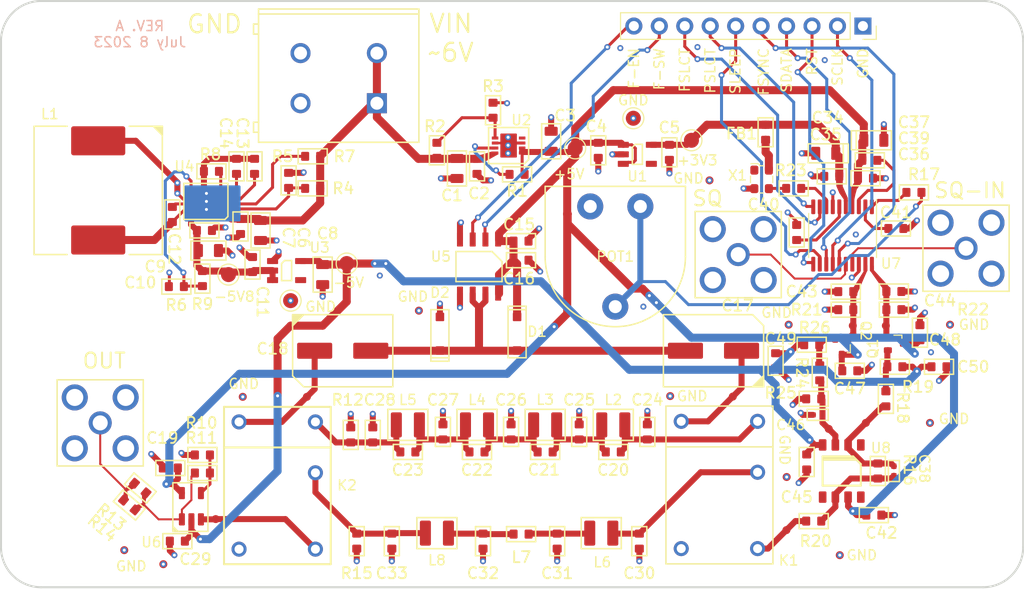
<source format=kicad_pcb>
(kicad_pcb (version 20211014) (generator pcbnew)
  (layers (0 "F.Cu" signal) (1 "In1.Cu" power) (2 "In2.Cu" signal) (31 "B.Cu" signal) (34 "B.Paste" user) (35 "F.Paste" user) (36 "B.SilkS" user "B.Silkscreen") (37 "F.SilkS" user "F.Silkscreen") (38 "B.Mask" user) (39 "F.Mask" user) (44 "Edge.Cuts" user))
  (property "SHEETTOTAL" "3")
  (net 0 "")
  (net 1 "/VIN")
  (net 2 "GND")
  (net 3 "+5V")
  (net 4 "+3V3")
  (net 5 "-5V")
  (net 6 "-5V8")
  (net 7 "/LX")
  (net 8 "/BST")
  (net 9 "/SS")
  (net 10 "/VCC")
  (net 11 "Net-(C17-Pad1)")
  (net 12 "/Output_Stage/FILTER-SW-IN")
  (net 13 "/Output_Stage/FILTER-SW-OUT")
  (net 14 "/Output_Stage/ELLIP-IN")
  (net 15 "Net-(C20-Pad2)")
  (net 16 "Net-(C21-Pad2)")
  (net 17 "Net-(C22-Pad2)")
  (net 18 "/Output_Stage/ELLIP-OUT")
  (net 19 "/Output_Stage/LIN-PHASE-IN")
  (net 20 "Net-(C31-Pad1)")
  (net 21 "Net-(C32-Pad1)")
  (net 22 "/Output_Stage/LIN-PHASE-OUT")
  (net 23 "Net-(C38-Pad1)")
  (net 24 "Net-(C38-Pad2)")
  (net 25 "/DDS/COMP")
  (net 26 "/DDS/CAP2V5")
  (net 27 "/DDS/REFOUT")
  (net 28 "/DDS/IOUT")
  (net 29 "/DDS/IOUTB")
  (net 30 "Net-(C46-Pad2)")
  (net 31 "VDD-MCLK")
  (net 32 "/DDS/SIGNBITOUT")
  (net 33 "/DDS/DDS-VIN")
  (net 34 "/DDS/SCLK")
  (net 35 "/DDS/RESET")
  (net 36 "/DDS/SDATA")
  (net 37 "/DDS/FSYNC")
  (net 38 "/DDS/SLEEP")
  (net 39 "/DDS/PSELECT")
  (net 40 "/DDS/FSELECT")
  (net 41 "/Output_Stage/FILT-EN")
  (net 42 "/Output_Stage/FILT-SWITCH")
  (net 43 "/Output_Stage/OUT")
  (net 44 "/DDS/FILT-IN")
  (net 45 "/Output_Stage/FILT-OUT")
  (net 46 "Net-(POT1-Pad1)")
  (net 47 "Net-(Q1-Pad2)")
  (net 48 "Net-(Q2-Pad2)")
  (net 49 "/PG")
  (net 50 "/5V-EN")
  (net 51 "/-5V8-EN")
  (net 52 "/FB")
  (net 53 "/RESET")
  (net 54 "/RT{slash}SYNC")
  (net 55 "Net-(R10-Pad2)")
  (net 56 "Net-(R11-Pad2)")
  (net 57 "/DDS/FS-ADJUST")
  (net 58 "/DDS/MCLK")
  (net 59 "Net-(R23-Pad2)")
  (footprint "SMD_Passives_Reflow:SMD_0603" (layer "F.Cu") (at 124.4 108.5 -90)
    (fp_text reference "C26")
    (fp_text value "CAP_0603" hide)
  )
  (footprint "SMD_Passives_Reflow:SMD_0603" (layer "F.Cu") (at 117 80.4 -90)
    (fp_text reference "R2")
    (fp_text value "RES_0603" hide)
  )
  (footprint "SMD_Passives_Reflow:SMD_0603" (layer "F.Cu") (at 97.4 88 90)
    (fp_text reference "C7")
    (fp_text value "CAP_0603" hide)
  )
  (footprint "SMD_Passives_Reflow:SMD_0603" (layer "F.Cu") (at 162.7 102 180)
    (fp_text reference "R19")
    (fp_text value "RES_0603" hide)
  )
  (footprint "TestPoint:TestPoint_Pad_D0.8mm" (layer "F.Cu") (at 161.8 97.9)
    (fp_text reference "TP17" hide)
    (fp_text value "TestPoint_2.0mm_PAD" hide)
  )
  (footprint "TestPoint:TestPoint_Pad_D1.5mm" (layer "F.Cu") (at 142.4 79.4)
    (fp_text reference "TP2" hide)
    (fp_text value "TestPoint_2.0mm_PAD" hide)
  )
  (footprint "TestPoint:TestPoint_Pad_D0.8mm" (layer "F.Cu") (at 146.525 104.975)
    (fp_text reference "TP7" hide)
    (fp_text value "TestPoint_2.0mm_PAD" hide)
  )
  (footprint "SMD_Passives_Reflow:SMD_0603" (layer "F.Cu") (at 121.6 119.4 90)
    (fp_text reference "C32")
    (fp_text value "CAP_0603" hide)
  )
  (footprint "SMD_Passives_Reflow:SMD_0603" (layer "F.Cu") (at 140.2 80.6 90)
    (fp_text reference "C5")
    (fp_text value "CAP_0603" hide)
  )
  (footprint "DDS_FunctionGenerator_Library:SOD-123" (layer "F.Cu") (at 125 98.7 -90)
    (fp_text reference "D1")
    (fp_text value "1N4148W-E3-18" hide)
  )
  (footprint "Oscillator:Oscillator_SMD_ECS_2520MV-xxx-xx-4Pin_2.5x2.0mm" (layer "F.Cu") (at 149.4 83.3)
    (fp_text reference "X1")
    (fp_text value "ECS-TXO-2520MV-500-AY-TR" hide)
  )
  (footprint "DDS_FunctionGenerator_Library:S8_Package_LT1818" (layer "F.Cu") (at 159.3 109.8 -90)
    (fp_text reference "U8")
    (fp_text value "LT1818IS8" hide)
  )
  (footprint "TestPoint:TestPoint_Pad_D0.8mm" (layer "F.Cu") (at 144.2 83.4)
    (fp_text reference "TP28" hide)
    (fp_text value "TestPoint_2.0mm_PAD" hide)
  )
  (footprint "SMD_Passives_Reflow:SMD_0603" (layer "F.Cu") (at 127.8 110.5)
    (fp_text reference "C21")
    (fp_text value "CAP_0603" hide)
  )
  (footprint "SMD_Passives_Reflow:SMD_0603" (layer "F.Cu") (at 164.6 84.6)
    (fp_text reference "R17")
    (fp_text value "RES_0603" hide)
  )
  (footprint "Connectors_Coax:SMA_CONN_TH" (layer "F.Cu") (at 169.8 90.17 -90)
    (fp_text reference "J3" hide)
    (fp_text value "SMA_CONN_TH" hide)
  )
  (footprint "Mounting_Holes:0.152_IN_DIA-6-32" (layer "F.Cu") (at 171.5 69.5)
    (fp_text reference "H2" hide)
    (fp_text value "0.152_IN_DIA" hide)
  )
  (footprint "TestPoint:TestPoint_Pad_D1.5mm" (layer "F.Cu") (at 130.8 80.2)
    (fp_text reference "TP1" hide)
    (fp_text value "TestPoint_2.0mm_PAD" hide)
  )
  (footprint "DDS_FunctionGenerator_Library:TDFN-EP_12Pin" (layer "F.Cu") (at 93.945 85.5 180)
    (fp_text reference "U4")
    (fp_text value "MAX17580ATC+" hide)
  )
  (footprint "SMD_Passives_Reflow:SMD_1008" (layer "F.Cu") (at 117 118.6 180)
    (fp_text reference "L8")
    (fp_text value "IND_1008" hide)
  )
  (footprint "SMD_Passives_Reflow:SMD_0603" (layer "F.Cu") (at 129 119.4 90)
    (fp_text reference "C31")
    (fp_text value "CAP_0603" hide)
  )
  (footprint "SMD_Passives_Reflow:SMD_0603" (layer "F.Cu") (at 137.2 119.4 90)
    (fp_text reference "C30")
    (fp_text value "CAP_0603" hide)
  )
  (footprint "SMD_Passives_Reflow:SMD_0603" (layer "F.Cu") (at 122.6 76.4 -90)
    (fp_text reference "R3")
    (fp_text value "RES_0603" hide)
  )
  (footprint "SMD_Passives_Reflow:SMD_0603" (layer "F.Cu") (at 162.8 88.2 180)
    (fp_text reference "C41")
    (fp_text value "CAP_0603" hide)
  )
  (footprint "DDS_FunctionGenerator_Library:TSOT-23_S5-Package" (layer "F.Cu") (at 91.55 117.225 90)
    (fp_text reference "U6")
    (fp_text value "LT1815IS5" hide)
  )
  (footprint "Connectors_Coax:SMA_CONN_TH" (layer "F.Cu") (at 83.4 107.6)
    (fp_text reference "J5" hide)
    (fp_text value "SMA_CONN_TH" hide)
  )
  (footprint "SMD_Passives_Reflow:SMD_0603" (layer "F.Cu") (at 87.4 114.1 -40)
    (fp_text reference "R13")
    (fp_text value "RES_0603" hide)
  )
  (footprint "SMD_Passives_Reflow:SMD_0402" (layer "F.Cu") (at 162.6 112.4 -90)
    (fp_text reference "C38")
    (fp_text value "CAP_0402" hide)
  )
  (footprint "SMD_Passives_Reflow:SMD_0603" (layer "F.Cu") (at 86.3 115.8 -40)
    (fp_text reference "R14")
    (fp_text value "RES_0603" hide)
  )
  (footprint "SMD_Passives_Reflow:SMD_0603" (layer "F.Cu") (at 162.6 94.488 180)
    (fp_text reference "C44")
    (fp_text value "CAP_0603" hide)
  )
  (footprint "SMD_Passives_Reflow:SMD_0603" (layer "F.Cu") (at 98.6 91.8 -90)
    (fp_text reference "C11")
    (fp_text value "CAP_0603" hide)
  )
  (footprint "SMD_Passives_Reflow:SMD_0603" (layer "F.Cu") (at 90.4 112.1)
    (fp_text reference "C19")
    (fp_text value "CAP_0603" hide)
  )
  (footprint "SMD_Passives_Reflow:SMD_0603" (layer "F.Cu") (at 108.4 108.8 -90)
    (fp_text reference "R12")
    (fp_text value "RES_0603" hide)
  )
  (footprint "SMD_Passives_Reflow:SMD_1008" (layer "F.Cu") (at 114.1 107.8 180)
    (fp_text reference "L5")
    (fp_text value "IND_1008" hide)
  )
  (footprint "DDS_FunctionGenerator_Library:865080345010" (layer "F.Cu") (at 144.6 100.4)
    (fp_text reference "C17")
    (fp_text value "865080345010" hide)
  )
  (footprint "Mounting_Holes:0.152_IN_DIA-6-32" (layer "F.Cu") (at 77.5 69.5)
    (fp_text reference "H4" hide)
    (fp_text value "0.152_IN_DIA" hide)
  )
  (footprint "SMD_Passives_Reflow:SMD_0603" (layer "F.Cu") (at 159.766 83.185)
    (fp_text reference "C36")
    (fp_text value "CAP_0603" hide)
  )
  (footprint "TestPoint:TestPoint_Pad_D0.8mm" (layer "F.Cu") (at 140.275 104.925)
    (fp_text reference "TP13" hide)
    (fp_text value "TestPoint_2.0mm_PAD" hide)
  )
  (footprint "SMD_Passives_Reflow:SMD_0603" (layer "F.Cu") (at 153.9 111.5 -90)
    (fp_text reference "C45")
    (fp_text value "CAP_0603" hide)
  )
  (footprint "SMD_Passives_Reflow:SMD_0603" (layer "F.Cu") (at 157.8 96.3)
    (fp_text reference "R21")
    (fp_text value "RES_0603" hide)
  )
  (footprint "TestPoint:TestPoint_Pad_D0.8mm" (layer "F.Cu") (at 168.2 97.8)
    (fp_text reference "TP27" hide)
    (fp_text value "TestPoint_2.0mm_PAD" hide)
  )
  (footprint "TestPoint:TestPoint_Pad_D1.5mm" (layer "F.Cu") (at 136.6 77.2)
    (fp_text reference "TP6" hide)
    (fp_text value "TestPoint_2.0mm_PAD" hide)
  )
  (footprint "SMD_Passives_Reflow:SMD_0805" (layer "F.Cu") (at 105.6 92.8 -90)
    (fp_text reference "C8")
    (fp_text value "CAP_0805" hide)
  )
  (footprint "SMD_Passives_Reflow:SMD_0603" (layer "F.Cu") (at 156.4 83 180)
    (fp_text reference "C35")
    (fp_text value "CAP_0603" hide)
  )
  (footprint "SMD_Passives_Reflow:SMD_0603" (layer "F.Cu") (at 149.8 78.6 90)
    (fp_text reference "FB1")
    (fp_text value "BEAD_0603" hide)
  )
  (footprint "SMD_Passives_Reflow:SMD_0603" (layer "F.Cu") (at 91 94 180)
    (fp_text reference "R6")
    (fp_text value "RES_0603" hide)
  )
  (footprint "TestPoint:TestPoint_Pad_D0.8mm" (layer "F.Cu") (at 104.025 105)
    (fp_text reference "TP9" hide)
    (fp_text value "TestPoint_2.0mm_PAD" hide)
  )
  (footprint "TestPoint:TestPoint_Pad_D0.8mm" (layer "F.Cu") (at 166.2 107.6)
    (fp_text reference "TP25" hide)
    (fp_text value "TestPoint_2.0mm_PAD" hide)
  )
  (footprint "SMD_Passives_Reflow:SMD_0603" (layer "F.Cu") (at 125.4 118.7)
    (fp_text reference "L7")
    (fp_text value "IND_0603" hide)
  )
  (footprint "SMD_Passives_Reflow:SMD_0603" (layer "F.Cu") (at 102.2 83.4 90)
    (fp_text reference "R5")
    (fp_text value "RES_0603" hide)
  )
  (footprint "DDS_FunctionGenerator_Library:7447715330" (layer "F.Cu") (at 83.2 84.4 180)
    (fp_text reference "L1")
    (fp_text value "7447715330" hide)
  )
  (footprint "SMD_Passives_Reflow:SMD_0603" (layer "F.Cu") (at 155.2 102.6 -90)
    (fp_text reference "R24")
    (fp_text value "RES_0603" hide)
  )
  (footprint "DDS_FunctionGenerator_Library:SOT323_BFR182W" (layer "F.Cu") (at 158.05 99.2 90)
    (fp_text reference "Q2")
    (fp_text value "BFR182W" hide)
  )
  (footprint "SMD_Passives_Reflow:SMD_0603" (layer "F.Cu") (at 104.6 81)
    (fp_text reference "R7")
    (fp_text value "RES_0603" hide)
  )
  (footprint "SMD_Passives_Reflow:SMD_0603" (layer "F.Cu") (at 167.1 102)
    (fp_text reference "C50")
    (fp_text value "CAP_0603" hide)
  )
  (footprint "SMD_Passives_Reflow:SMD_0603" (layer "F.Cu") (at 133.1 80.4 90)
    (fp_text reference "C4")
    (fp_text value "CAP_0603" hide)
  )
  (footprint "TestPoint:TestPoint_Pad_D0.8mm" (layer "F.Cu") (at 157.2 120.8)
    (fp_text reference "TP24" hide)
    (fp_text value "TestPoint_2.0mm_PAD" hide)
  )
  (footprint "Package_SO:TSSOP-20_4.4x6.5mm_P0.65mm" (layer "F.Cu") (at 157.48 88.9 -90)
    (fp_text reference "U7")
    (fp_text value "AD9834" hide)
  )
  (footprint "TestPoint:TestPoint_Pad_D1.5mm" (layer "F.Cu") (at 96.2 92.8)
    (fp_text reference "TP4" hide)
    (fp_text value "TestPoint_2.0mm_PAD" hide)
  )
  (footprint "TestPoint:TestPoint_Pad_D0.8mm" (layer "F.Cu") (at 97.625 105)
    (fp_text reference "TP14" hide)
    (fp_text value "TestPoint_2.0mm_PAD" hide)
  )
  (footprint "DDS_FunctionGenerator_Library:SOD-123" (layer "F.Cu") (at 117.3 98.7 90)
    (fp_text reference "D2")
    (fp_text value "1N4148W-E3-18" hide)
  )
  (footprint "SMD_Passives_Reflow:SMD_0603" (layer "F.Cu") (at 134.6 110.5)
    (fp_text reference "C20")
    (fp_text value "CAP_0603" hide)
  )
  (footprint "SMD_Passives_Reflow:SMD_0603" (layer "F.Cu") (at 109 119.4 90)
    (fp_text reference "R15")
    (fp_text value "RES_0603" hide)
  )
  (footprint "SMD_Passives_Reflow:SMD_0603" (layer "F.Cu") (at 93.6 110.8 180)
    (fp_text reference "R10")
    (fp_text value "RES_0603" hide)
  )
  (footprint "DDS_FunctionGenerator_Library:PTN10-E200HB20" (layer "F.Cu") (at 134.8 91 180)
    (fp_text reference "POT1")
    (fp_text value "PTN10-E200HB20" hide)
  )
  (footprint "SMD_Passives_Reflow:SMD_1008" (layer "F.Cu") (at 127.8 107.8 180)
    (fp_text reference "L3")
    (fp_text value "IND_1008" hide)
  )
  (footprint "SMD_Passives_Reflow:SMD_0603" (layer "F.Cu") (at 125.391 91.365)
    (fp_text reference "C16")
    (fp_text value "CAP_0603" hide)
  )
  (footprint "DDS_FunctionGenerator_Library:691411410002" (layer "F.Cu") (at 107.2 73.2 180)
    (fp_text reference "J1" hide)
    (fp_text value "691411410002" hide)
  )
  (footprint "SMD_Passives_Reflow:SMD_0603" (layer "F.Cu") (at 91.1 119.4)
    (fp_text reference "C29")
    (fp_text value "CAP_0603" hide)
  )
  (footprint "SMD_Passives_Reflow:SMD_0603" (layer "F.Cu") (at 93.8 88.399 180)
    (fp_text reference "C9")
    (fp_text value "CAP_0603" hide)
  )
  (footprint "TestPoint:TestPoint_Pad_D0.8mm" (layer "F.Cu") (at 150 80.8)
    (fp_text reference "TP21" hide)
    (fp_text value "TestPoint_2.0mm_PAD" hide)
  )
  (footprint "TestPoint:TestPoint_Pad_D0.8mm" (layer "F.Cu") (at 158.5 97.9)
    (fp_text reference "TP22" hide)
    (fp_text value "TestPoint_2.0mm_PAD" hide)
  )
  (footprint "SMD_Passives_Reflow:SMD_0603" (layer "F.Cu") (at 131.2 108.5 -90)
    (fp_text reference "C25")
    (fp_text value "CAP_0603" hide)
  )
  (footprint "SMD_Passives_Reflow:SMD_0603" (layer "F.Cu") (at 94.5 82.5)
    (fp_text reference "R8")
    (fp_text value "RES_0603" hide)
  )
  (footprint "DDS_FunctionGenerator_Library:SOT323_BFR182W" (layer "F.Cu") (at 162 99.05 180)
    (fp_text reference "Q1")
    (fp_text value "BFR182W" hide)
  )
  (footprint "SMD_Passives_Reflow:SMD_0402" (layer "F.Cu") (at 155 106.8)
    (fp_text reference "C46")
    (fp_text value "CAP_0402" hide)
  )
  (footprint "SMD_Passives_Reflow:SMD_0603" (layer "F.Cu") (at 154.6 105.2)
    (fp_text reference "R25")
    (fp_text value "RES_0603" hide)
  )
  (footprint "SMD_Passives_Reflow:SMD_0603" (layer "F.Cu") (at 138 108.5 -90)
    (fp_text reference "C24")
    (fp_text value "CAP_0603" hide)
  )
  (footprint "SMD_Passives_Reflow:SMD_0603" (layer "F.Cu") (at 110.6 108.8 -90)
    (fp_text reference "C28")
    (fp_text value "CAP_0603" hide)
  )
  (footprint "SMD_Passives_Reflow:SMD_0805" (layer "F.Cu") (at 119 82.21 -90)
    (fp_text reference "C1")
    (fp_text value "CAP_0805" hide)
  )
  (footprint "TestPoint:TestPoint_Pad_D0.8mm" (layer "F.Cu") (at 94.925 117.2)
    (fp_text reference "TP11" hide)
    (fp_text value "TestPoint_2.0mm_PAD" hide)
  )
  (footprint "SMD_Passives_Reflow:SMD_0603" (layer "F.Cu") (at 160.6 116.8)
    (fp_text reference "C42")
    (fp_text value "CAP_0603" hide)
  )
  (footprint "SMD_Passives_Reflow:SMD_0805" (layer "F.Cu") (at 94.2 90.4)
    (fp_text reference "C10")
    (fp_text value "CAP_0805" hide)
  )
  (footprint "TestPoint:TestPoint_Pad_D0.8mm" (layer "F.Cu") (at 159.8 107.6)
    (fp_text reference "TP18" hide)
    (fp_text value "TestPoint_2.0mm_PAD" hide)
  )
  (footprint "SMD_Passives_Reflow:SMD_0603" (layer "F.Cu") (at 165.2 98.6 -90)
    (fp_text reference "C48")
    (fp_text value "CAP_0603" hide)
  )
  (footprint "TestPoint:TestPoint_Pad_D0.8mm" (layer "F.Cu") (at 156.1 108.2)
    (fp_text reference "TP23" hide)
    (fp_text value "TestPoint_2.0mm_PAD" hide)
  )
  (footprint "SMD_Passives_Reflow:SMD_0603" (layer "F.Cu") (at 157.8 94.5)
    (fp_text reference "C43")
    (fp_text value "CAP_0603" hide)
  )
  (footprint "SMD_Passives_Reflow:SMD_0603" (layer "F.Cu") (at 125.391 89.46 180)
    (fp_text reference "C15")
    (fp_text value "CAP_0603" hide)
  )
  (footprint "SMD_Passives_Reflow:SMD_POL_0805" (layer "F.Cu") (at 155.8 80.7 180)
    (fp_text reference "C34")
    (fp_text value "CAP_POL_0805" hide)
  )
  (footprint "DDS_FunctionGenerator_Library:TSOT_5Pin" (layer "F.Cu") (at 137 80.8)
    (fp_text reference "U1")
    (fp_text value "ADP151AUJZ" hide)
  )
  (footprint "SMD_Passives_Reflow:SMD_0603" (layer "F.Cu") (at 162.6 96.3 180)
    (fp_text reference "R22")
    (fp_text value "RES_0603" hide)
  )
  (footprint "SMD_Passives_Reflow:SMD_0603" (layer "F.Cu") (at 154.6 117.4 180)
    (fp_text reference "R20")
    (fp_text value "RES_0603" hide)
  )
  (footprint "SMD_Passives_Reflow:SMD_0603" (layer "F.Cu") (at 90.6 86.8 -90)
    (fp_text reference "C12")
    (fp_text value "CAP_0603" hide)
  )
  (footprint "TestPoint:TestPoint_Pad_D0.8mm" (layer "F.Cu") (at 121.2 98.6)
    (fp_text reference "TP8" hide)
    (fp_text value "TestPoint_2.0mm_PAD" hide)
  )
  (footprint "TestPoint:TestPoint_Pad_D1.5mm" (layer "F.Cu") (at 102.4 95.4)
    (fp_text reference "TP3" hide)
    (fp_text value "TestPoint_2.0mm_PAD" hide)
  )
  (footprint "Connectors_Coax:SMA_CONN_TH" (layer "F.Cu") (at 147.066 90.805)
    (fp_text reference "J2" hide)
    (fp_text value "SMA_CONN_TH" hide)
  )
  (footprint "SMD_Passives_Reflow:SMD_0805" (layer "F.Cu") (at 128.4 79.5 90)
    (fp_text reference "C3")
    (fp_text value "CAP_0805" hide)
  )
  (footprint "TestPoint:TestPoint_Pad_D0.8mm" (layer "F.Cu") (at 115.2 96.4)
    (fp_text reference "TP16" hide)
    (fp_text value "TestPoint_2.0mm_PAD" hide)
  )
  (footprint "DDS_FunctionGenerator_Library:865080345010" (layer "F.Cu") (at 107.6 100.4 180)
    (fp_text reference "C18")
    (fp_text value "865080345010" hide)
  )
  (footprint "SMD_Passives_Reflow:SMD_0603" (layer "F.Cu") (at 98.8 82 -90)
    (fp_text reference "C13")
    (fp_text value "CAP_0603" hide)
  )
  (footprint "SMD_Passives_Reflow:SMD_0603" (layer "F.Cu") (at 150.8 101.4 -90)
    (fp_text reference "C49")
    (fp_text value "CAP_0603" hide)
  )
  (footprint "TestPoint:TestPoint_Pad_D1.5mm" (layer "F.Cu") (at 108 91.7)
    (fp_text reference "TP5" hide)
    (fp_text value "TestPoint_2.0mm_PAD" hide)
  )
  (footprint "TestPoint:TestPoint_Pad_D0.8mm" (layer "F.Cu") (at 151.9 113)
    (fp_text reference "TP29" hide)
    (fp_text value "TestPoint_2.0mm_PAD" hide)
  )
  (footprint "SMD_Passives_Reflow:SMD_0603" (layer "F.Cu") (at 114.1 110.5)
    (fp_text reference "C23")
    (fp_text value "CAP_0603" hide)
  )
  (footprint "SMD_Passives_Reflow:SMD_0603" (layer "F.Cu") (at 93.6 112.6)
    (fp_text reference "R11")
    (fp_text value "RES_0603" hide)
  )
  (footprint "SMD_Passives_Reflow:SMD_0603" (layer "F.Cu") (at 154.4 99.8)
    (fp_text reference "R26")
    (fp_text value "RES_0603" hide)
  )
  (footprint "SMD_Passives_Reflow:SMD_0603" (layer "F.Cu") (at 117.6 108.5 -90)
    (fp_text reference "C27")
    (fp_text value "CAP_0603" hide)
  )
  (footprint "SMD_Passives_Reflow:SMD_0603" (layer "F.Cu") (at 158.2 102.4 180)
    (fp_text reference "C47")
    (fp_text value "CAP_0603" hide)
  )
  (footprint "SMD_Passives_Reflow:SMD_0603" (layer "F.Cu") (at 160.2 81.4)
    (fp_text reference "C39")
    (fp_text value "CAP_0603" hide)
  )
  (footprint "SMD_Passives_Reflow:SMD_0603" (layer "F.Cu") (at 125 82.8)
    (fp_text reference "R1")
    (fp_text value "RES_0603" hide)
  )
  (footprint "SMD_Passives_Reflow:SMD_0805" (layer "F.Cu") (at 99.4 88.4 -90)
    (fp_text reference "C6")
    (fp_text value "CAP_0805" hide)
  )
  (footprint "SMD_Passives_Reflow:SMD_POL_0805" (layer "F.Cu") (at 160.6 79.4)
    (fp_text reference "C37")
    (fp_text value "CAP_POL_0805" hide)
  )
  (footprint "SMD_Passives_Reflow:SMD_1008" (layer "F.Cu") (at 134.6 107.8 180)
    (fp_text reference "L2")
    (fp_text value "IND_1008" hide)
  )
  (footprint "SMD_Passives_Reflow:SMD_1008" (layer "F.Cu") (at 133.4 118.6 180)
    (fp_text reference "L6")
    (fp_text value "IND_1008" hide)
  )
  (footprint "SMD_Passives_Reflow:SMD_1008" (layer "F.Cu") (at 121 107.8 180)
    (fp_text reference "L4")
    (fp_text value "IND_1008" hide)
  )
  (footprint "Mounting_Holes:0.152_IN_DIA-6-32" (layer "F.Cu") (at 171.5 120)
    (fp_text reference "H1" hide)
    (fp_text value "0.152_IN_DIA" hide)
  )
  (footprint "SMD_Passives_Reflow:SMD_0603" (layer "F.Cu") (at 161 112.4 -90)
    (fp_text reference "R16")
    (fp_text value "RES_0603" hide)
  )
  (footprint "TestPoint:TestPoint_Pad_D0.8mm" (layer "F.Cu") (at 85.8 120.3)
    (fp_text reference "TP15" hide)
    (fp_text value "TestPoint_2.0mm_PAD" hide)
  )
  (footprint "TestPoint:TestPoint_Pad_D0.8mm" (layer "F.Cu") (at 151.875 118.3)
    (fp_text reference "TP20" hide)
    (fp_text value "TestPoint_2.0mm_PAD" hide)
  )
  (footprint "TestPoint:TestPoint_Pad_D0.8mm" (layer "F.Cu") (at 89.7 121.7)
    (fp_text reference "TP12" hide)
    (fp_text value "TestPoint_2.0mm_PAD" hide)
  )
  (footprint "SMD_Passives_Reflow:SMD_0603" (layer "F.Cu") (at 152.6 84.2)
    (fp_text reference "R23")
    (fp_text value "RES_0603" hide)
  )
  (footprint "SMD_Passives_Reflow:SMD_0603" (layer "F.Cu") (at 121 110.5)
    (fp_text reference "C22")
    (fp_text value "CAP_0603" hide)
  )
  (footprint "DDS_FunctionGenerator_Library:SOIC_8Pin" (layer "F.Cu") (at 121.2 92 -90)
    (fp_text reference "U5")
    (fp_text value "MCP14A0602-E/SN" hide)
  )
  (footprint "SMD_Passives_Reflow:SMD_0603" (layer "F.Cu") (at 121 82 90)
    (fp_text reference "C2")
    (fp_text value "CAP_0603" hide)
  )
  (footprint "SMD_Passives_Reflow:SMD_0603" (layer "F.Cu") (at 112.5 119.4 90)
    (fp_text reference "C33")
    (fp_text value "CAP_0603" hide)
  )
  (footprint "SMD_Passives_Reflow:SMD_0603" (layer "F.Cu") (at 152.9 88.6 90)
    (fp_text reference "C40")
    (fp_text value "CAP_0603" hide)
  )
  (footprint "Mounting_Holes:0.152_IN_DIA-6-32" (layer "F.Cu") (at 77.5 120)
    (fp_text reference "H3" hide)
    (fp_text value "0.152_IN_DIA" hide)
  )
  (footprint "SMD_Passives_Reflow:SMD_0603" (layer "F.Cu") (at 104.6 84.2 180)
    (fp_text reference "R4")
    (fp_text value "RES_0603" hide)
  )
  (footprint "DDS_FunctionGenerator_Library:TSOT_5Pin" (layer "F.Cu") (at 102 92.4)
    (fp_text reference "U3")
    (fp_text value "ADP7182AUJZ" hide)
  )
  (footprint "DDS_FunctionGenerator_Library:LFCSP_WD_8Pin" (layer "F.Cu") (at 124.154 79.924 180)
    (fp_text reference "U2")
    (fp_text value "ADP7102" hide)
  )
  (footprint "TestPoint:TestPoint_Pad_D0.8mm" (layer "F.Cu") (at 152.1 97.8)
    (fp_text reference "TP26" hide)
    (fp_text value "TestPoint_2.0mm_PAD" hide)
  )
  (footprint "SMD_Passives_Reflow:SMD_0603" (layer "F.Cu") (at 97 82 -90)
    (fp_text reference "C14")
    (fp_text value "CAP_0603" hide)
  )
  (footprint "SMD_Passives_Reflow:SMD_0603" (layer "F.Cu") (at 93.6 93.2 -90)
    (fp_text reference "R9")
    (fp_text value "RES_0603" hide)
  )
  (footprint "Connector_PinSocket_2.54mm:PinSocket_1x10_P2.54mm_Vertical" (layer "F.Cu") (at 159.512 68 -90)
    (fp_text reference "J4" hide)
    (fp_text value "HEADER_01X10" hide)
  )
  (footprint "SMD_Passives_Reflow:SMD_0603" (layer "F.Cu") (at 161.8 105.2 -90)
    (fp_text reference "R18")
    (fp_text value "RES_0603" hide)
  )
  (footprint "DDS_FunctionGenerator_Library:DS1E-SL-DC5V" (layer "B.Cu") (at 97.255 107.5 -90)
    (fp_text reference "K2")
    (fp_text value "DS1E-SL-DC5V" hide)
  )
  (footprint "DDS_FunctionGenerator_Library:DS1E-SL-DC5V" (layer "B.Cu") (at 141.38 107.445 -90)
    (fp_text reference "K1")
    (fp_text value "DS1E-SL-DC5V" hide)
  )
  (gr_line (start 175.5 120) (end 175.5 69.5) (layer "Edge.Cuts") (width 0.2))
  (gr_arc (start 171.5 65.5) (mid 174.328427 66.671573) (end 175.5 69.5) (layer "Edge.Cuts") (width 0.2))
  (gr_arc (start 77.5 124) (mid 74.671573 122.828427) (end 73.5 120) (layer "Edge.Cuts") (width 0.2))
  (gr_arc (start 73.5 69.5) (mid 74.671573 66.671573) (end 77.5 65.5) (layer "Edge.Cuts") (width 0.2))
  (gr_line (start 77.5 124) (end 171.5 124) (layer "Edge.Cuts") (width 0.2))
  (gr_line (start 77.5 65.5) (end 171.5 65.5) (layer "Edge.Cuts") (width 0.2))
  (gr_line (start 73.5 120) (end 73.5 69.5) (layer "Edge.Cuts") (width 0.2))
  (gr_arc (start 175.5 120) (mid 174.328427 122.828427) (end 171.5 124) (layer "Edge.Cuts") (width 0.2))
  (gr_text "REV. A\nJuly 8 2023\n" (at 87.35 68.8) (layer "B.SilkS") (effects (font (size 1 1)) (justify mirror)))
  (gr_text "GND" (at 97.725 103.7) (layer "F.SilkS") (effects (font (size 1 1))))
  (gr_text "GND" (at 105.4 96) (layer "F.SilkS") (effects (font (size 1 1))))
  (gr_text "OUT\n" (at 83.8 101.4) (layer "F.SilkS") (effects (font (size 1.5 1.5) (thickness 0.2))))
  (gr_text "GND" (at 170.6 97.8) (layer "F.SilkS") (effects (font (size 1 1))))
  (gr_text "F-EN" (at 136.652 70.104 -270) (layer "F.SilkS") (effects (font (size 1 1)) (justify right)))
  (gr_text "GND" (at 86.5 121.9) (layer "F.SilkS") (effects (font (size 1 1))))
  (gr_text "SQ-IN" (at 170.2 84.4) (layer "F.SilkS") (effects (font (size 1.5 1.5) (thickness 0.2))))
  (gr_text "GND" (at 114.6 95) (layer "F.SilkS") (effects (font (size 1 1))))
  (gr_text "-5V8" (at 96.8 95) (layer "F.SilkS") (effects (font (size 1 1))))
  (gr_text "F-SW" (at 139.192 70.104 -270) (layer "F.SilkS") (effects (font (size 1 1)) (justify right)))
  (gr_text "PSLCT" (at 144.272 70.104 -270) (layer "F.SilkS") (effects (font (size 1 1)) (justify right)))
  (gr_text "GND" (at 150.9 96.6) (layer "F.SilkS") (effects (font (size 1 1))))
  (gr_text "GND" (at 159.512 70.104 -270) (layer "F.SilkS") (effects (font (size 1 1)) (justify right)))
  (gr_text "FSLCT" (at 141.732 70.104 -270) (layer "F.SilkS") (effects (font (size 1 1)) (justify right)))
  (gr_text "GND" (at 136.6 75.4) (layer "F.SilkS") (effects (font (size 1 1))))
  (gr_text "VIN\n~6V" (at 118.4 69.2) (layer "F.SilkS") (effects (font (size 1.8 1.8) (thickness 0.22))))
  (gr_text "GND" (at 151.7 110.3 270) (layer "F.SilkS") (effects (font (size 1 1))))
  (gr_text "SCLK" (at 156.972 70.104 -270) (layer "F.SilkS") (effects (font (size 1 1)) (justify right)))
  (gr_text "GND" (at 94.8 67.8) (layer "F.SilkS") (effects (font (size 1.8 1.8) (thickness 0.22))))
  (gr_text "+3V3" (at 143 81.4) (layer "F.SilkS") (effects (font (size 1 1))))
  (gr_text "GND" (at 142.475 104.925) (layer "F.SilkS") (effects (font (size 1 1))))
  (gr_text "FSYNC" (at 149.606 70.104 -270) (layer "F.SilkS") (effects (font (size 1 1)) (justify right)))
  (gr_text "SDATA" (at 151.892 70.104 -270) (layer "F.SilkS") (effects (font (size 1 1)) (justify right)))
  (gr_text "SQ" (at 144 85.2) (layer "F.SilkS") (effects (font (size 1.5 1.5) (thickness 0.2))))
  (gr_text "GND" (at 159.4 120.8) (layer "F.SilkS") (effects (font (size 1 1))))
  (gr_text "GND" (at 142.1 83.2) (layer "F.SilkS") (effects (font (size 1 1))))
  (gr_text "SLEEP" (at 146.782 70.104 -270) (layer "F.SilkS") (effects (font (size 1 1)) (justify right)))
  (gr_text "GND" (at 168.6 107.2) (layer "F.SilkS") (effects (font (size 1 1))))
  (gr_text "RST" (at 154.432 70.104 -270) (layer "F.SilkS") (effects (font (size 1 1)) (justify right)))
  (gr_text "-5V" (at 108.2 93.6) (layer "F.SilkS") (effects (font (size 1 1))))
  (gr_text "+5V" (at 130.199 82.768) (layer "F.SilkS") (effects (font (size 1 1))))
  (segment (start 111.01 70.7) (end 111.01 75.7) (width 0.8) (layer "F.Cu") (net 1))
  (segment (start 105.35 84.2) (end 105.35 85.65) (width 0.8) (layer "F.Cu") (net 1))
  (segment (start 105.35 85.65) (end 103.6 87.4) (width 0.8) (layer "F.Cu") (net 1))
  (segment (start 105.35 81) (end 105.35 84.2) (width 0.8) (layer "F.Cu") (net 1))
  (segment (start 103.6 87.4) (end 99.4 87.4) (width 0.8) (layer "F.Cu") (net 1))
  (segment (start 105.35 81) (end 110.65 75.7) (width 0.8) (layer "F.Cu") (net 1))
  (segment (start 99.25 87.25) (end 97.4 87.25) (width 0.8) (layer "F.Cu") (net 1))
  (segment (start 111.01 75.7) (end 111.01 77.11) (width 0.8) (layer "F.Cu") (net 1))
  (segment (start 99.4 87.4) (end 99.25 87.25) (width 0.8) (layer "F.Cu") (net 1))
  (segment (start 110.65 75.7) (end 111.01 75.7) (width 0.8) (layer "F.Cu") (net 1))
  (segment (start 115.15 81.25) (end 121 81.25) (width 0.8) (layer "F.Cu") (net 1))
  (segment (start 111.01 77.11) (end 115.15 81.25) (width 0.8) (layer "F.Cu") (net 1))
  (segment (start 117.4 83.2) (end 117.41 83.21) (width 0.6) (layer "F.Cu") (net 2))
  (segment (start 140.2 81.35) (end 140.2 82.7) (width 0.6) (layer "F.Cu") (net 2))
  (segment (start 96.6 90.9) (end 96.1 90.4) (width 0.6) (layer "F.Cu") (net 2))
  (segment (start 124 75.7) (end 123.95 75.65) (width 0.3) (layer "F.Cu") (net 2))
  (segment (start 131.2 107.75) (end 131.2 106.4) (width 0.6) (layer "F.Cu") (net 2))
  (segment (start 96.1 90.4) (end 95.2 90.4) (width 0.6) (layer "F.Cu") (net 2))
  (segment (start 153.1 105.2) (end 153.85 105.2) (width 0.6) (layer "F.Cu") (net 2))
  (segment (start 157.05 94.5) (end 155.7 94.5) (width 0.6) (layer "F.Cu") (net 2))
  (segment (start 90.3 92.6) (end 90.3 93.95) (width 0.3) (layer "F.Cu") (net 2))
  (segment (start 91.1 84.7) (end 91.65 85.25) (width 0.3) (layer "F.Cu") (net 2))
  (segment (start 121 82.8) (end 121 82.75) (width 0.6) (layer "F.Cu") (net 2))
  (segment (start 160.4 101.8) (end 159.8 102.4) (width 0.6) (layer "F.Cu") (net 2))
  (segment (start 161.785 83.185) (end 160.516 83.185) (width 0.6) (layer "F.Cu") (net 2))
  (segment (start 97.05 89.1) (end 97.4 88.75) (width 0.6) (layer "F.Cu") (net 2))
  (segment (start 154.3 82.8) (end 154.5 83) (width 0.6) (layer "F.Cu") (net 2))
  (segment (start 159.105 92.486396) (end 159.105 91.7625) (width 0.3) (layer "F.Cu") (net 2))
  (segment (start 90.8 120.8) (end 90.35 120.35) (width 0.6) (layer "F.Cu") (net 2))
  (segment (start 122.4 83.4) (end 121.6 83.4) (width 0.6) (layer "F.Cu") (net 2))
  (segment (start 125.504 79.674) (end 124.404 79.674) (width 0.3) (layer "F.Cu") (net 2))
  (segment (start 154.5 83) (end 155.65 83) (width 0.6) (layer "F.Cu") (net 2))
  (segment (start 129 120.15) (end 129 121.4) (width 0.6) (layer "F.Cu") (net 2))
  (segment (start 163.65 88.2) (end 164.1 88.2) (width 0.6) (layer "F.Cu") (net 2))
  (segment (start 88.5 110.7) (end 89.65 111.85) (width 0.6) (layer "F.Cu") (net 2))
  (segment (start 117.3 97.025) (end 117.3 95.7) (width 0.6) (layer "F.Cu") (net 2))
  (segment (start 137.2 120.15) (end 137.2 121.4) (width 0.6) (layer "F.Cu") (net 2))
  (segment (start 150.8 102.15) (end 150.95 102.15) (width 0.6) (layer "F.Cu") (net 2))
  (segment (start 159.8 102.4) (end 159.15 102.4) (width 0.6) (layer "F.Cu") (net 2))
  (segment (start 128.4 78.5) (end 128.4 77.1) (width 0.6) (layer "F.Cu") (net 2))
  (segment (start 101 89.4) (end 99.4 89.4) (width 0.6) (layer "F.Cu") (net 2))
  (segment (start 153.9 112.8) (end 153.9 112.25) (width 0.6) (layer "F.Cu") (net 2))
  (segment (start 123.95 75.65) (end 122.6 75.65) (width 0.3) (layer "F.Cu") (net 2))
  (segment (start 90.35 120.35) (end 90.35 119.4) (width 0.6) (layer "F.Cu") (net 2))
  (segment (start 98.25 91.05) (end 98.6 91.05) (width 0.6) (layer "F.Cu") (net 2))
  (segment (start 164.5 96.3) (end 163.35 96.3) (width 0.6) (layer "F.Cu") (net 2))
  (segment (start 158.491396 93.1) (end 159.105 92.486396) (width 0.3) (layer "F.Cu") (net 2))
  (segment (start 148.675 84.225) (end 147.625 84.225) (width 0.6) (layer "F.Cu") (net 2))
  (segment (start 161.8 83.2) (end 161.785 83.185) (width 0.6) (layer "F.Cu") (net 2))
  (segment (start 119.3 87.7) (end 119.4 87.6) (width 0.6) (layer "F.Cu") (net 2))
  (segment (start 108.4 108.05) (end 108.4 106.7) (width 0.6) (layer "F.Cu") (net 2))
  (segment (start 110.6 108.05) (end 110.6 106.7) (width 0.6) (layer "F.Cu") (net 2))
  (segment (start 90.3 93.95) (end 90.25 94) (width 0.3) (layer "F.Cu") (net 2))
  (segment (start 86.95 79.45) (end 91.1 83.6) (width 0.6) (layer "F.Cu") (net 2))
  (segment (start 158.4 93.1) (end 158.491396 93.1) (width 0.3) (layer "F.Cu") (net 2))
  (segment (start 95.9 88.1) (end 94.849 88.1) (width 0.6) (layer "F.Cu") (net 2))
  (segment (start 103.65 82.65) (end 103.7 82.6) (width 0.6) (layer "F.Cu") (net 2))
  (segment (start 102.2 82.65) (end 103.65 82.65) (width 0.6) (layer "F.Cu") (net 2))
  (segment (start 89.65 111.85) (end 89.65 112.1) (width 0.6) (layer "F.Cu") (net 2))
  (segment (start 123.904 79.674) (end 124.154 79.924) (width 0.25) (layer "F.Cu") (net 2))
  (segment (start 133.1 81.15) (end 133.1 82.5) (width 0.6) (layer "F.Cu") (net 2))
  (segment (start 119.3 94.7) (end 119.3 96.1) (width 0.6) (layer "F.Cu") (net 2))
  (segment (start 153.5 106.8) (end 154.525 106.8) (width 0.6) (layer "F.Cu") (net 2))
  (segment (start 96.15 89.1) (end 97.05 89.1) (width 0.6) (layer "F.Cu") (net 2))
  (segment (start 119.3 89.3) (end 119.3 87.7) (width 0.6) (layer "F.Cu") (net 2))
  (segment (start 109 120.15) (end 109 121.4) (width 0.6) (layer "F.Cu") (net 2))
  (segment (start 101.2 90.85) (end 100.6 91.45) (width 0.6) (layer "F.Cu") (net 2))
  (segment (start 147.625 84.225) (end 147.6 84.2) (width 0.6) (layer "F.Cu") (net 2))
  (segment (start 165.7 96.6) (end 165.2 97.1) (width 0.6) (layer "F.Cu") (net 2))
  (segment (start 121.6 120.15) (end 121.6 121.4) (width 0.6) (layer "F.Cu") (net 2))
  (segment (start 105.6 93.8) (end 105.6 95) (width 0.6) (layer "F.Cu") (net 2))
  (segment (start 157.05 96.3) (end 155.7 96.3) (width 0.6) (layer "F.Cu") (net 2))
  (segment (start 152.5 105.8) (end 153.1 105.2) (width 0.6) (layer "F.Cu") (net 2))
  (segment (start 153.1 113.6) (end 153.9 112.8) (width 0.6) (layer "F.Cu") (net 2))
  (segment (start 117.41 83.21) (end 119 83.21) (width 0.6) (layer "F.Cu") (net 2))
  (segment (start 164.1 88.2) (end 164.9 87.4) (width 0.6) (layer "F.Cu") (net 2))
  (segment (start 164.7 96.1) (end 164.5 96.3) (width 0.6) (layer "F.Cu") (net 2))
  (segment (start 156.505 84.605) (end 156.5 84.6) (width 0.3) (layer "F.Cu") (net 2))
  (segment (start 97.3 90.1) (end 98.25 91.05) (width 0.6) (layer "F.Cu") (net 2))
  (segment (start 91.5 110.6) (end 91.7 110.8) (width 0.6) (layer "F.Cu") (net 2))
  (segment (start 91.65 85.25) (end 92.465 85.25) (width 0.3) (layer "F.Cu") (net 2))
  (segment (start 91.7 110.8) (end 92.85 110.8) (width 0.6) (layer "F.Cu") (net 2))
  (segment (start 127.3 92.5) (end 126.165 91.365) (width 0.6) (layer "F.Cu") (net 2))
  (segment (start 112.5 120.15) (end 112.5 121.4) (width 0.6) (layer "F.Cu") (net 2))
  (segment (start 153.3 106.6) (end 153.5 106.8) (width 0.6) (layer "F.Cu") (net 2))
  (segment (start 152 86.6) (end 152.9 87.5) (width 0.3) (layer "F.Cu") (net 2))
  (segment (start 163.35 94.488) (end 164.7 94.488) (width 0.6) (layer "F.Cu") (net 2))
  (segment (start 138 107.75) (end 138 106.4) (width 0.6) (layer "F.Cu") (net 2))
  (segment (start 83.2 79.45) (end 86.95 79.45) (width 0.6) (layer "F.Cu") (net 2))
  (segment (start 161.35 116.8) (end 162.7 116.8) (width 0.6) (layer "F.Cu") (net 2))
  (segment (start 124.404 79.674) (end 124.154 79.924) (width 0.3) (layer "F.Cu") (net 2))
  (segment (start 91.1 83.65) (end 91.1 84.7) (width 0.6) (layer "F.Cu") (net 2))
  (segment (start 154.8 80.7) (end 153.4 80.7) (width 0.6) (layer "F.Cu") (net 2))
  (segment (start 167.85 102.65) (end 167.1 103.4) (width 0.6) (layer "F.Cu") (net 2))
  (segment (start 126.141 89.259) (end 126.141 89.46) (width 0.6) (layer "F.Cu") (net 2))
  (segment (start 122.804 79.674) (end 123.904 79.674) (width 0.25) (layer "F.Cu") (net 2))
  (segment (start 156.505 86.0375) (end 156.505 84.605) (width 0.3) (layer "F.Cu") (net 2))
  (segment (start 127.2 88.2) (end 126.141 89.259) (width 0.6) (layer "F.Cu") (net 2))
  (segment (start 94.849 88.1) (end 94.55 88.399) (width 0.6) (layer "F.Cu") (net 2))
  (segment (start 121.6 83.4) (end 121 82.8) (width 0.6) (layer "F.Cu") (net 2))
  (segment (start 91.1 83.6) (end 91.1 83.65) (width 0.6) (layer "F.Cu") (net 2))
  (segment (start 167.85 102) (end 167.85 102.65) (width 0.6) (layer "F.Cu") (net 2))
  (segment (start 152.9 87.5) (end 152.9 87.85) (width 0.3) (layer "F.Cu") (net 2))
  (segment (start 117.6 107.75) (end 117.6 106.4) (width 0.6) (layer "F.Cu") (net 2))
  (segment (start 165.2 97.1) (end 165.2 97.85) (width 0.6) (layer "F.Cu") (net 2))
  (segment (start 135.6 80.8) (end 134.5 80.8) (width 0.6) (layer "F.Cu") (net 2))
  (segment (start 101.2 90.5) (end 101.2 90.85) (width 0.6) (layer "F.Cu") (net 2))
  (segment (start 161.6 79.4) (end 161.6 77.8) (width 0.6) (layer "F.Cu") (net 2))
  (segment (start 150.95 102.15) (end 152.1 103.3) (width 0.6) (layer "F.Cu") (net 2))
  (segment (start 126.165 91.365) (end 126.141 91.365) (width 0.6) (layer "F.Cu") (net 2))
  (segment (start 124.4 107.75) (end 124.4 106.4) (width 0.6) (layer "F.Cu") (net 2))
  (via (at 119.4 87.6) (size 0.6) (drill 0.3) (layers "F.Cu" "B.Cu") (net 2))
  (via (at 158.4 93.1) (size 0.6) (drill 0.3) (layers "F.Cu" "B.Cu") (net 2))
  (via (at 97.625 105) (size 0.6) (drill 0.3) (layers "F.Cu" "B.Cu") (net 2))
  (via (at 124.1 79.1) (size 0.6) (drill 0.3) (layers "F.Cu" "B.Cu") (net 2))
  (via (at 90.8 120.8) (size 0.6) (drill 0.3) (layers "F.Cu" "B.Cu") (net 2))
  (via (at 105.6 95) (size 0.6) (drill 0.3) (layers "F.Cu" "B.Cu") (net 2))
  (via (at 124.4 106.4) (size 0.6) (drill 0.3) (layers "F.Cu" "B.Cu") (net 2))
  (via (at 91.1 83.65) (size 0.6) (drill 0.3) (layers "F.Cu" "B.Cu") (net 2))
  (via (at 121.6 121.4) (size 0.6) (drill 0.3) (layers "F.Cu" "B.Cu") (net 2))
  (via (at 160.4 101.8) (size 0.6) (drill 0.3) (layers "F.Cu" "B.Cu") (net 2))
  (via (at 166.3 100.55) (size 0.6) (drill 0.3) (layers "F.Cu" "B.Cu") (net 2))
  (via (at 166.2 107.6) (size 0.6) (drill 0.3) (layers "F.Cu" "B.Cu") (net 2))
  (via (at 117.6 106.4) (size 0.6) (drill 0.3) (layers "F.Cu" "B.Cu") (net 2))
  (via (at 137.2 121.4) (size 0.6) (drill 0.3) (layers "F.Cu" "B.Cu") (net 2))
  (via (at 127.2 88.2) (size 0.6) (drill 0.3) (layers "F.Cu" "B.Cu") (net 2))
  (via (at 124.1 80.7) (size 0.6) (drill 0.3) (layers "F.Cu" "B.Cu") (net 2))
  (via (at 85.8 120.3) (size 0.6) (drill 0.3) (layers "F.Cu" "B.Cu") (net 2))
  (via (at 109 121.4) (size 0.6) (drill 0.3) (layers "F.Cu" "B.Cu") (net 2))
  (via (at 138 106.4) (size 0.6) (drill 0.3) (layers "F.Cu" "B.Cu") (net 2))
  (via (at 110.6 106.7) (size 0.6) (drill 0.3) (layers "F.Cu" "B.Cu") (net 2))
  (via (at 96.15 89.1) (size 0.6) (drill 0.3) (layers "F.Cu" "B.Cu") (net 2))
  (via (at 131.2 106.4) (size 0.6) (drill 0.3) (layers "F.Cu" "B.Cu") (net 2))
  (via (at 91.1 84.7) (size 0.6) (drill 0.3) (layers "F.Cu" "B.Cu") (net 2))
  (via (at 95.9 88.1) (size 0.6) (drill 0.3) (layers "F.Cu" "B.Cu") (net 2))
  (via (at 124 75.7) (size 0.6) (drill 0.3) (layers "F.Cu" "B.Cu") (net 2))
  (via (at 155.7 96.3) (size 0.6) (drill 0.3) (layers "F.Cu" "B.Cu") (net 2))
  (via (at 88.5 110.7) (size 0.6) (drill 0.3) (layers "F.Cu" "B.Cu") (net 2))
  (via (at 128.4 77.1) (size 0.6) (drill 0.3) (layers "F.Cu" "B.Cu") (net 2))
  (via (at 112.5 121.4) (size 0.6) (drill 0.3) (layers "F.Cu" "B.Cu") (net 2))
  (via (at 153.3 106.6) (size 0.6) (drill 0.3) (layers "F.Cu" "B.Cu") (net 2))
  (via (at 108.4 106.7) (size 0.6) (drill 0.3) (layers "F.Cu" "B.Cu") (net 2))
  (via (at 152.5 105.8) (size 0.6) (drill 0.3) (layers "F.Cu" "B.Cu") (net 2))
  (via (at 90.3 92.6) (size 0.6) (drill 0.3) (layers "F.Cu" "B.Cu") (net 2))
  (via (at 140.275 104.925) (size 0.6) (drill 0.3) (layers "F.Cu" "B.Cu") (net 2))
  (via (at 127.3 92.5) (size 0.6) (drill 0.3) (layers "F.Cu" "B.Cu") (net 2))
  (via (at 129 121.4) (size 0.6) (drill 0.3) (layers "F.Cu" "B.Cu") (net 2))
  (via (at 155.7 71.4) (size 0.6) (drill 0.3) (layers "F.Cu" "B.Cu") (net 2))
  (via (at 161.6 77.8) (size 0.6) (drill 0.3) (layers "F.Cu" "B.Cu") (net 2))
  (via (at 155.7 94.5) (size 0.6) (drill 0.3) (layers "F.Cu" "B.Cu") (net 2))
  (via (at 156.5 84.6) (size 0.6) (drill 0.3) (layers "F.Cu" "B.Cu") (net 2))
  (via (at 165.7 96.6) (size 0.6) (drill 0.3) (layers "F.Cu" "B.Cu") (net 2))
  (via (at 136.6 77.2) (size 0.6) (drill 0.3) (layers "F.Cu" "B.Cu") (net 2))
  (via (at 101.2 90.5) (size 0.6) (drill 0.3) (layers "F.Cu" "B.Cu") (net 2))
  (via (at 122.4 83.4) (size 0.6) (drill 0.3) (layers "F.Cu" "B.Cu") (net 2))
  (via (at 102.4 95.4) (size 0.6) (drill 0.3) (layers "F.Cu" "B.Cu") (net 2))
  (via (at 152 86.6) (size 0.6) (drill 0.3) (layers "F.Cu" "B.Cu") (net 2))
  (via (at 119.3 96.1) (size 0.6) (drill 0.3) (layers "F.Cu" "B.Cu") (net 2))
  (via (at 117.3 95.7) (size 0.6) (drill 0.3) (layers "F.Cu" "B.Cu") (net 2))
  (via (at 164.9 87.4) (size 0.6) (drill 0.3) (layers "F.Cu" "B.Cu") (net 2))
  (via (at 162.7 116.8) (size 0.6) (drill 0.3) (layers "F.Cu" "B.Cu") (net 2))
  (via (at 161.8 83.2) (size 0.6) (drill 0.3) (layers "F.Cu" "B.Cu") (net 2))
  (via (at 152.1 103.3) (size 0.6) (drill 0.3) (layers "F.Cu" "B.Cu") (net 2))
  (via (at 167.1 103.4) (size 0.6) (drill 0.3) (layers "F.Cu" "B.Cu") (net 2))
  (via (at 101 89.4) (size 0.6) (drill 0.3) (layers "F.Cu" "B.Cu") (net 2))
  (via (at 168.2 97.8) (size 0.6) (drill 0.3) (layers "F.Cu" "B.Cu") (net 2))
  (via (at 157.2 120.8) (size 0.6) (drill 0.3) (layers "F.Cu" "B.Cu") (net 2))
  (via (at 97.3 90.1) (size 0.6) (drill 0.3) (layers "F.Cu" "B.Cu") (net 2))
  (via (at 140.2 82.7) (size 0.6) (drill 0.3) (layers "F.Cu" "B.Cu") (net 2))
  (via (at 152.1 97.8) (size 0.6) (drill 0.3) (layers "F.Cu" "B.Cu") (net 2))
  (via (at 135.3 70.2) (size 0.6) (drill 0.3) (layers "F.Cu" "B.Cu") (net 2))
  (via (at 153.1 113.6) (size 0.6) (drill 0.3) (layers "F.Cu" "B.Cu") (net 2))
  (via (at 124.1 79.9) (size 0.6) (drill 0.3) (layers "F.Cu" "B.Cu") (net 2))
  (via (at 143 70.1) (size 0.6) (drill 0.3) (layers "F.Cu" "B.Cu") (net 2))
  (via (at 147.6 84.2) (size 0.6) (drill 0.3) (layers "F.Cu" "B.Cu") (net 2))
  (via (at 158.8 88.8) (size 0.6) (drill 0.3) (layers "F.Cu" "B.Cu") (net 2))
  (via (at 133.1 82.5) (size 0.6) (drill 0.3) (layers "F.Cu" "B.Cu") (net 2))
  (via (at 144.2 83.4) (size 0.6) (drill 0.3) (layers "F.Cu" "B.Cu") (net 2))
  (via (at 115.2 96.4) (size 0.6) (drill 0.3) (layers "F.Cu" "B.Cu") (net 2))
  (via (at 103.7 82.6) (size 0.6) (drill 0.3) (layers "F.Cu" "B.Cu") (net 2))
  (via (at 164.7 96.1) (size 0.6) (drill 0.3) (layers "F.Cu" "B.Cu") (net 2))
  (via (at 134.5 80.8) (size 0.6) (drill 0.3) (layers "F.Cu" "B.Cu") (net 2))
  (via (at 153.4 80.7) (size 0.6) (drill 0.3) (layers "F.Cu" "B.Cu") (net 2))
  (via (at 137.6 96) (size 0.6) (drill 0.3) (layers "F.Cu" "B.Cu") (net 2))
  (via (at 117.4 83.2) (size 0.6) (drill 0.3) (layers "F.Cu" "B.Cu") (net 2))
  (via (at 91.5 110.6) (size 0.6) (drill 0.3) (layers "F.Cu" "B.Cu") (net 2))
  (via (at 164.7 94.488) (size 0.6) (drill 0.3) (layers "F.Cu" "B.Cu") (net 2))
  (via (at 154.3 82.8) (size 0.6) (drill 0.3) (layers "F.Cu" "B.Cu") (net 2))
  (via (at 151.9 113) (size 0.6) (drill 0.3) (layers "F.Cu" "B.Cu") (net 2))
  (via (at 111.3 92.9) (size 0.6) (drill 0.3) (layers "F.Cu" "B.Cu") (net 2))
  (via (at 96.6 90.9) (size 0.6) (drill 0.3) (layers "F.Cu" "B.Cu") (net 2))
  (via (at 89.7 121.7) (size 0.6) (drill 0.3) (layers "F.Cu" "B.Cu") (net 2))
  (segment (start 130.05 86.75) (end 130 86.7) (width 0.8) (layer "F.Cu") (net 3))
  (segment (start 158.03 115.93) (end 158.5 116.4) (width 0.6) (layer "F.Cu") (net 3))
  (segment (start 159 100.8) (end 157.4 100.8) (width 0.6) (layer "F.Cu") (net 3))
  (segment (start 163.6 99.7) (end 164.85 99.7) (width 0.6) (layer "F.Cu") (net 3))
  (segment (start 136.8 81.4) (end 136.8 80.2) (width 0.3) (layer "F.Cu") (net 3))
  (segment (start 138.9 95.6) (end 137.5 94.2) (width 0.8) (layer "F.Cu") (net 3))
  (segment (start 123.2 92.806) (end 124.641 91.365) (width 0.8) (layer "F.Cu") (net 3))
  (segment (start 159.6 79.4) (end 159.45 79.55) (width 0.8) (layer "F.Cu") (net 3))
  (segment (start 125.504 80.504) (end 125.504 80.324) (width 0.6) (layer "F.Cu") (net 3))
  (segment (start 164.85 99.7) (end 165.2 99.35) (width 0.6) (layer "F.Cu") (net 3))
  (segment (start 159.45 81.4) (end 159.016 81.834) (width 0.8) (layer "F.Cu") (net 3))
  (segment (start 159.016 81.834) (end 159.016 83.185) (width 0.8) (layer "F.Cu") (net 3))
  (segment (start 133.2 79.65) (end 135.4 79.65) (width 0.6) (layer "F.Cu") (net 3))
  (segment (start 128 80.568) (end 125.568 80.568) (width 0.6) (layer "F.Cu") (net 3))
  (segment (start 163.6 99.7) (end 163.7 99.7) (width 0.6) (layer "F.Cu") (net 3))
  (segment (start 125.504 82.754) (end 125.55 82.8) (width 0.3) (layer "F.Cu") (net 3))
  (segment (start 130.632 80.568) (end 128 80.568) (width 0.6) (layer "F.Cu") (net 3))
  (segment (start 163.7 99.7) (end 164.7 100.7) (width 0.6) (layer "F.Cu") (net 3))
  (segment (start 123.2 94.7) (end 123.2 92.806) (width 0.8) (layer "F.Cu") (net 3))
  (segment (start 158.9 116.8) (end 159.85 116.8) (width 0.6) (layer "F.Cu") (net 3))
  (segment (start 157.4 100.8) (end 157.4 102.35) (width 0.6) (layer "F.Cu") (net 3))
  (segment (start 136.8 80.2) (end 136.45 79.85) (width 0.3) (layer "F.Cu") (net 3))
  (segment (start 135.6 81.75) (end 135.959828 81.75) (width 0.3) (layer "F.Cu") (net 3))
  (segment (start 90.645 113.7) (end 90 113.7) (width 0.6) (layer "F.Cu") (net 3))
  (segment (start 156.2 74.4) (end 134.6 74.4) (width 0.8) (layer "F.Cu") (net 3))
  (segment (start 158.03 115.007) (end 158.03 115.93) (width 0.6) (layer "F.Cu") (net 3))
  (segment (start 159.6 77.8) (end 156.2 74.4) (width 0.8) (layer "F.Cu") (net 3))
  (segment (start 91.15 113.195) (end 91.15 112.1) (width 0.6) (layer "F.Cu") (net 3))
  (segment (start 130.8 80.2) (end 131.35 79.65) (width 0.6) (layer "F.Cu") (net 3))
  (segment (start 157.4 102.35) (end 157.45 102.4) (width 0.6) (layer "F.Cu") (net 3))
  (segment (start 123.2 88.7) (end 130.8 81.1) (width 0.8) (layer "F.Cu") (net 3))
  (segment (start 135.959828 81.75) (end 136.109828 81.6) (width 0.3) (layer "F.Cu") (net 3))
  (segment (start 124.641 91.365) (end 125 91.724) (width 0.8) (layer "F.Cu") (net 3))
  (segment (start 130.05 81.85) (end 130.8 81.1) (width 0.6) (layer "F.Cu") (net 3))
  (segment (start 158.5 116.4) (end 158.9 116.8) (width 0.6) (layer "F.Cu") (net 3))
  (segment (start 136.5 94.2) (end 130.05 87.75) (width 0.8) (layer "F.Cu") (net 3))
  (segment (start 130 81.9) (end 130.05 81.85) (width 0.8) (layer "F.Cu") (net 3))
  (segment (start 130.8 78.2) (end 130.8 80.2) (width 0.8) (layer "F.Cu") (net 3))
  (segment (start 159.45 79.55) (end 159.45 81.4) (width 0.8) (layer "F.Cu") (net 3))
  (segment (start 125 91.724) (end 125 97.025) (width 0.8) (layer "F.Cu") (net 3))
  (segment (start 136.45 79.85) (end 135.6 79.85) (width 0.3) (layer "F.Cu") (net 3))
  (segment (start 130.8 81.1) (end 130.8 80.2) (width 0.8) (layer "F.Cu") (net 3))
  (segment (start 124.641 89.46) (end 123.27 89.46) (width 0.8) (layer "F.Cu") (net 3))
  (segment (start 130.05 87.75) (end 130.05 86.75) (width 0.8) (layer "F.Cu") (net 3))
  (segment (start 130 96.7) (end 130 86.8) (width 0.8) (layer "F.Cu") (net 3))
  (segment (start 125.504 80.674) (end 125.504 82.754) (width 0.3) (layer "F.Cu") (net 3))
  (segment (start 136.109828 81.6) (end 136.6 81.6) (width 0.3) (layer "F.Cu") (net 3))
  (segment (start 128.7 98) (end 130 96.7) (width 0.8) (layer "F.Cu") (net 3))
  (segment (start 91.55 114.605) (end 90.645 113.7) (width 0.6) (layer "F.Cu") (net 3))
  (segment (start 137.5 94.2) (end 136.5 94.2) (width 0.8) (layer "F.Cu") (net 3))
  (segment (start 134.6 74.4) (end 130.8 78.2) (width 0.8) (layer "F.Cu") (net 3))
  (segment (start 136.6 81.6) (end 136.8 81.4) (width 0.3) (layer "F.Cu") (net 3))
  (segment (start 90.645 113.7) (end 91.15 113.195) (width 0.6) (layer "F.Cu") (net 3))
  (segment (start 159.6 79.4) (end 159.6 77.8) (width 0.8) (layer "F.Cu") (net 3))
  (segment (start 135.4 79.65) (end 135.6 79.85) (width 0.6) (layer "F.Cu") (net 3))
  (segment (start 130 86.7) (end 130 81.9) (width 0.8) (layer "F.Cu") (net 3))
  (segment (start 131.35 79.65) (end 133.2 79.65) (width 0.6) (layer "F.Cu") (net 3))
  (segment (start 124.641 91.365) (end 124.641 89.46) (width 0.8) (layer "F.Cu") (net 3))
  (segment (start 125.568 80.568) (end 125.504 80.504) (width 0.6) (layer "F.Cu") (net 3))
  (segment (start 123.2 89.3) (end 123.2 88.7) (width 0.8) (layer "F.Cu") (net 3))
  (segment (start 130 86.8) (end 130.05 86.75) (width 0.8) (layer "F.Cu") (net 3))
  (via (at 138.2 94.9) (size 0.6) (drill 0.3) (layers "F.Cu" "B.Cu") (net 3))
  (via (at 164.7 100.7) (size 0.6) (drill 0.3) (layers "F.Cu" "B.Cu") (net 3))
  (via (at 90 113.7) (size 0.6) (drill 0.3) (layers "F.Cu" "B.Cu") (net 3))
  (via (at 159 100.8) (size 0.6) (drill 0.3) (layers "F.Cu" "B.Cu") (net 3))
  (via (at 128.7 98) (size 0.6) (drill 0.3) (layers "F.Cu" "B.Cu") (net 3))
  (via (at 158.5 116.4) (size 0.6) (drill 0.3) (layers "F.Cu" "B.Cu") (net 3))
  (via (at 138.9 95.6) (size 0.6) (drill 0.3) (layers "F.Cu" "B.Cu") (net 3))
  (segment (start 97.3 102.7) (end 90.3 109.7) (width 0.8) (layer "B.Cu") (net 3))
  (segment (start 90.3 109.7) (end 90.3 113.4) (width 0.8) (layer "B.Cu") (net 3))
  (segment (start 168.6 107.7) (end 161.5 114.8) (width 0.8) (layer "B.Cu") (net 3))
  (segment (start 157.3 99.1) (end 163.1 99.1) (width 0.8) (layer "B.Cu") (net 3))
  (segment (start 161.5 114.8) (end 159.9 116.4) (width 0.8) (layer "B.Cu") (net 3))
  (segment (start 90.3 113.4) (end 90 113.7) (width 0.8) (layer "B.Cu") (net 3))
  (segment (start 128.7 98) (end 124 102.7) (width 0.8) (layer "B.Cu") (net 3))
  (segment (start 138.2 94.9) (end 138.9 95.6) (width 0.8) (layer "B.Cu") (net 3))
  (segment (start 163.1 99.1) (end 164.7 100.7) (width 0.8) (layer "B.Cu") (net 3))
  (segment (start 124 102.7) (end 97.3 102.7) (width 0.8) (layer "B.Cu") (net 3))
  (segment (start 157.3 99.1) (end 159 100.8) (width 0.8) (layer "B.Cu") (net 3))
  (segment (start 138.2 94.9) (end 142.4 99.1) (width 0.8) (layer "B.Cu") (net 3))
  (segment (start 168.6 100.7) (end 168.6 107.7) (width 0.8) (layer "B.Cu") (net 3))
  (segment (start 163.1 99.1) (end 167 99.1) (width 0.8) (layer "B.Cu") (net 3))
  (segment (start 142.4 99.1) (end 157.3 99.1) (width 0.8) (layer "B.Cu") (net 3))
  (segment (start 167 99.1) (end 168.6 100.7) (width 0.8) (layer "B.Cu") (net 3))
  (segment (start 159.9 116.4) (end 158.5 116.4) (width 0.8) (layer "B.Cu") (net 3))
  (segment (start 143.95 77.85) (end 142.4 79.4) (width 0.8) (layer "F.Cu") (net 4))
  (segment (start 155.05 77.85) (end 156.8 79.6) (width 0.8) (layer "F.Cu") (net 4))
  (segment (start 157.15 81.05) (end 157.15 83) (width 0.8) (layer "F.Cu") (net 4))
  (segment (start 156.8 80.7) (end 157.15 81.05) (width 0.8) (layer "F.Cu") (net 4))
  (segment (start 141.95 79.85) (end 142.4 79.4) (width 0.6) (layer "F.Cu") (net 4))
  (segment (start 149.8 77.85) (end 155.05 77.85) (width 0.8) (layer "F.Cu") (net 4))
  (segment (start 138.4 79.85) (end 141.95 79.85) (width 0.6) (layer "F.Cu") (net 4))
  (segment (start 149.8 77.85) (end 143.95 77.85) (width 0.8) (layer "F.Cu") (net 4))
  (segment (start 156.8 79.6) (end 156.8 80.7) (width 0.8) (layer "F.Cu") (net 4))
  (segment (start 103.4 91.45) (end 105.25 91.45) (width 0.6) (layer "F.Cu") (net 5))
  (segment (start 152.3 100.5) (end 152.15 100.65) (width 0.6) (layer "F.Cu") (net 5))
  (segment (start 108 91.6) (end 107.8 91.8) (width 0.8) (layer "F.Cu") (net 5))
  (segment (start 152.15 100.65) (end 150.8 100.65) (width 0.6) (layer "F.Cu") (net 5))
  (segment (start 163.45 102) (end 164.45 102) (width 0.6) (layer "F.Cu") (net 5))
  (segment (start 92.5 118.3) (end 93.4 119.2) (width 0.6) (layer "F.Cu") (net 5))
  (segment (start 108 91.7) (end 111.9 91.7) (width 0.8) (layer "F.Cu") (net 5))
  (segment (start 107.8 91.8) (end 105.6 91.8) (width 0.8) (layer "F.Cu") (net 5))
  (segment (start 92.5 118.3) (end 92.5 118.75) (width 0.6) (layer "F.Cu") (net 5))
  (segment (start 164.45 102) (end 164.9 102.45) (width 0.6) (layer "F.Cu") (net 5))
  (segment (start 102.4 97.9) (end 101.1 99.2) (width 0.8) (layer "F.Cu") (net 5))
  (segment (start 108 91.6) (end 108 95.5) (width 0.8) (layer "F.Cu") (net 5))
  (segment (start 101.1 99.2) (end 101.1 104.9) (width 0.8) (layer "F.Cu") (net 5))
  (segment (start 165.35 102) (end 164.9 102.45) (width 0.6) (layer "F.Cu") (net 5))
  (segment (start 154.7 109.8) (end 154.2 109.3) (width 0.6) (layer "F.Cu") (net 5))
  (segment (start 153.9 110.6) (end 153.9 110.75) (width 0.6) (layer "F.Cu") (net 5))
  (segment (start 105.6 97.9) (end 102.4 97.9) (width 0.8) (layer "F.Cu") (net 5))
  (segment (start 153 99.8) (end 152.3 100.5) (width 0.6) (layer "F.Cu") (net 5))
  (segment (start 92.5 118.75) (end 91.85 119.4) (width 0.6) (layer "F.Cu") (net 5))
  (segment (start 92.5 117.225) (end 92.5 118.3) (width 0.6) (layer "F.Cu") (net 5))
  (segment (start 153.65 99.8) (end 153 99.8) (width 0.6) (layer "F.Cu") (net 5))
  (segment (start 105.25 91.45) (end 105.6 91.8) (width 0.6) (layer "F.Cu") (net 5))
  (segment (start 166.35 102) (end 165.35 102) (width 0.6) (layer "F.Cu") (net 5))
  (segment (start 108 95.5) (end 105.6 97.9) (width 0.8) (layer "F.Cu") (net 5))
  (segment (start 155.49 109.8) (end 154.7 109.8) (width 0.6) (layer "F.Cu") (net 5))
  (segment (start 154.7 109.8) (end 153.9 110.6) (width 0.6) (layer "F.Cu") (net 5))
  (via (at 111.9 91.7) (size 0.6) (drill 0.3) (layers "F.Cu" "B.Cu") (net 5))
  (via (at 164.9 102.45) (size 0.6) (drill 0.3) (layers "F.Cu" "B.Cu") (net 5))
  (via (at 154.2 109.3) (size 0.6) (drill 0.3) (layers "F.Cu" "B.Cu") (net 5))
  (via (at 101.1 104.9) (size 0.6) (drill 0.3) (layers "F.Cu" "B.Cu") (net 5))
  (via (at 152.3 100.5) (size 0.6) (drill 0.3) (layers "F.Cu" "B.Cu") (net 5))
  (via (at 110.8 91.7) (size 0.6) (drill 0.3) (layers "F.Cu" "B.Cu") (net 5))
  (via (at 93.4 119.2) (size 0.6) (drill 0.3) (layers "F.Cu" "B.Cu") (net 5))
  (segment (start 94.3 119.2) (end 101.1 112.4) (width 0.8) (layer "B.Cu") (net 5))
  (segment (start 150.8 103.8) (end 150.8 105.9) (width 0.8) (layer "B.Cu") (net 5))
  (segment (start 110.8 91.7) (end 111.9 91.7) (width 0.8) (layer "B.Cu") (net 5))
  (segment (start 136.2 102.3) (end 149.3 102.3) (width 0.8) (layer "B.Cu") (net 5))
  (segment (start 164.9 102.45) (end 164.9 102.6) (width 0.8) (layer "B.Cu") (net 5))
  (segment (start 150.8 105.9) (end 154.2 109.3) (width 0.8) (layer "B.Cu") (net 5))
  (segment (start 127.37 93.47) (end 136.2 102.3) (width 0.8) (layer "B.Cu") (net 5))
  (segment (start 93.4 119.2) (end 94.3 119.2) (width 0.8) (layer "B.Cu") (net 5))
  (segment (start 164 103.5) (end 157 103.5) (width 0.8) (layer "B.Cu") (net 5))
  (segment (start 149.3 102.3) (end 150.8 103.8) (width 0.8) (layer "B.Cu") (net 5))
  (segment (start 164.9 102.6) (end 164 103.5) (width 0.8) (layer "B.Cu") (net 5))
  (segment (start 111.9 91.7) (end 113.67 93.47) (width 0.8) (layer "B.Cu") (net 5))
  (segment (start 113.67 93.47) (end 127.37 93.47) (width 0.8) (layer "B.Cu") (net 5))
  (segment (start 155.8 102.3) (end 150.5 102.3) (width 0.8) (layer "B.Cu") (net 5))
  (segment (start 101.1 112.4) (end 101.1 104.9) (width 0.8) (layer "B.Cu") (net 5))
  (segment (start 150.5 102.3) (end 152.3 100.5) (width 0.8) (layer "B.Cu") (net 5))
  (segment (start 149.3 102.3) (end 150.5 102.3) (width 0.8) (layer "B.Cu") (net 5))
  (segment (start 157 103.5) (end 155.8 102.3) (width 0.8) (layer "B.Cu") (net 5))
  (segment (start 93.05 91.9) (end 93.05 88.399) (width 0.7) (layer "F.Cu") (net 6))
  (segment (start 96.2 92.8) (end 95.85 92.45) (width 0.7) (layer "F.Cu") (net 6))
  (segment (start 93.25 86.8) (end 92.465 86.8) (width 0.4) (layer "F.Cu") (net 6))
  (segment (start 92.465 87.814) (end 93.05 88.399) (width 0.6) (layer "F.Cu") (net 6))
  (segment (start 98.6 92.55) (end 96.45 92.55) (width 0.7) (layer "F.Cu") (net 6))
  (segment (start 100.6 92.4) (end 98.75 92.4) (width 0.7) (layer "F.Cu") (net 6))
  (segment (start 94.25 81.25) (end 93.75 81.75) (width 0.6) (layer "F.Cu") (net 6))
  (segment (start 93.25 84.75) (end 92.465 84.75) (width 0.3) (layer "F.Cu") (net 6))
  (segment (start 100.6 93.35) (end 100.6 92.4) (width 0.6) (layer "F.Cu") (net 6))
  (segment (start 95.85 92.45) (end 93.6 92.45) (width 0.7) (layer "F.Cu") (net 6))
  (segment (start 93.75 84.45) (end 93.75 82.5) (width 0.6) (layer "F.Cu") (net 6))
  (segment (start 94 85.5) (end 93.25 84.75) (width 0.3) (layer "F.Cu") (net 6))
  (segment (start 93.45 86.6) (end 93.25 86.8) (width 0.4) (layer "F.Cu") (net 6))
  (segment (start 98.75 92.4) (end 98.6 92.55) (width 0.7) (layer "F.Cu") (net 6))
  (segment (start 93.6 92.45) (end 93.05 91.9) (width 0.7) (layer "F.Cu") (net 6))
  (segment (start 92.465 87.814) (end 92.465 86.95) (width 0.6) (layer "F.Cu") (net 6))
  (segment (start 93.75 81.75) (end 93.75 82.5) (width 0.6) (layer "F.Cu") (net 6))
  (segment (start 98.8 81.25) (end 94.25 81.25) (width 0.6) (layer "F.Cu") (net 6))
  (segment (start 96.45 92.55) (end 96.2 92.8) (width 0.7) (layer "F.Cu") (net 6))
  (via (at 94 85.5) (size 0.6) (drill 0.3) (layers "F.Cu" "B.Cu") (net 6))
  (via (at 94 84.7) (size 0.6) (drill 0.3) (layers "F.Cu" "B.Cu") (net 6))
  (via (at 94 86.3) (size 0.6) (drill 0.3) (layers "F.Cu" "B.Cu") (net 6))
  (segment (start 83.2 89.35) (end 88.8 89.35) (width 0.8) (layer "F.Cu") (net 7))
  (segment (start 91.9 86.25) (end 90.6 87.55) (width 0.3) (layer "F.Cu") (net 7))
  (segment (start 92.465 86.25) (end 91.9 86.25) (width 0.3) (layer "F.Cu") (net 7))
  (segment (start 88.8 89.35) (end 90.6 87.55) (width 0.8) (layer "F.Cu") (net 7))
  (segment (start 92.465 85.75) (end 90.9 85.75) (width 0.3) (layer "F.Cu") (net 8))
  (segment (start 90.9 85.75) (end 90.6 86.05) (width 0.3) (layer "F.Cu") (net 8))
  (segment (start 98.8 83.85) (end 98.8 82.75) (width 0.3) (layer "F.Cu") (net 9))
  (segment (start 97.4 85.25) (end 98.8 83.85) (width 0.3) (layer "F.Cu") (net 9))
  (segment (start 95.425 85.25) (end 97.4 85.25) (width 0.3) (layer "F.Cu") (net 9))
  (segment (start 96.25 84.75) (end 97 84) (width 0.3) (layer "F.Cu") (net 10))
  (segment (start 97 84) (end 97 82.75) (width 0.3) (layer "F.Cu") (net 10))
  (segment (start 95.425 84.75) (end 96.25 84.75) (width 0.3) (layer "F.Cu") (net 10))
  (segment (start 141.8 100.4) (end 110.4 100.4) (width 0.8) (layer "F.Cu") (net 11))
  (segment (start 120.57 95.47) (end 120.57 94.7) (width 0.6) (layer "F.Cu") (net 11))
  (segment (start 121.2 96.1) (end 121.2 98.6) (width 0.8) (layer "F.Cu") (net 11))
  (segment (start 121.2 96.1) (end 120.57 95.47) (width 0.6) (layer "F.Cu") (net 11))
  (segment (start 121.2 98.6) (end 121.2 100.2) (width 0.8) (layer "F.Cu") (net 11))
  (segment (start 121.84 95.46) (end 121.84 94.7) (width 0.6) (layer "F.Cu") (net 11))
  (segment (start 121.2 96.1) (end 121.84 95.46) (width 0.6) (layer "F.Cu") (net 11))
  (segment (start 147.4 104.1) (end 146.525 104.975) (width 0.6) (layer "F.Cu") (net 12))
  (segment (start 144.055 107.445) (end 141.38 107.445) (width 0.6) (layer "F.Cu") (net 12))
  (segment (start 147.4 100.4) (end 147.4 104.1) (width 0.6) (layer "F.Cu") (net 12))
  (segment (start 146.525 104.975) (end 144.055 107.445) (width 0.6) (layer "F.Cu") (net 12))
  (segment (start 104.8 104.225) (end 104.8 100.4) (width 0.6) (layer "F.Cu") (net 13))
  (segment (start 104.025 105) (end 104.8 104.225) (width 0.6) (layer "F.Cu") (net 13))
  (segment (start 101.525 107.5) (end 104.025 105) (width 0.6) (layer "F.Cu") (net 13))
  (segment (start 97.255 107.5) (end 101.525 107.5) (width 0.6) (layer "F.Cu") (net 13))
  (segment (start 147.195 109.25) (end 138 109.25) (width 0.6) (layer "F.Cu") (net 14))
  (segment (start 135.75 110.1) (end 135.75 109.25) (width 0.6) (layer "F.Cu") (net 14))
  (segment (start 138 109.25) (end 135.75 109.25) (width 0.6) (layer "F.Cu") (net 14))
  (segment (start 149 107.445) (end 147.195 109.25) (width 0.6) (layer "F.Cu") (net 14))
  (segment (start 135.75 109.25) (end 135.75 107.8) (width 0.6) (layer "F.Cu") (net 14))
  (segment (start 135.35 110.5) (end 135.75 110.1) (width 0.6) (layer "F.Cu") (net 14))
  (segment (start 128.95 109.25) (end 128.95 110.1) (width 0.6) (layer "F.Cu") (net 15))
  (segment (start 133.45 109.25) (end 133.45 107.8) (width 0.6) (layer "F.Cu") (net 15))
  (segment (start 133.85 110.5) (end 133.45 110.1) (width 0.6) (layer "F.Cu") (net 15))
  (segment (start 131.2 109.25) (end 133.45 109.25) (width 0.6) (layer "F.Cu") (net 15))
  (segment (start 133.45 110.1) (end 133.45 109.25) (width 0.6) (layer "F.Cu") (net 15))
  (segment (start 128.95 110.1) (end 128.55 110.5) (width 0.6) (layer "F.Cu") (net 15))
  (segment (start 128.95 107.8) (end 128.95 109.25) (width 0.6) (layer "F.Cu") (net 15))
  (segment (start 131.2 109.25) (end 128.95 109.25) (width 0.6) (layer "F.Cu") (net 15))
  (segment (start 126.65 109.25) (end 126.65 110.1) (width 0.6) (layer "F.Cu") (net 16))
  (segment (start 126.65 107.8) (end 126.65 109.25) (width 0.6) (layer "F.Cu") (net 16))
  (segment (start 122.15 109.25) (end 122.15 110.1) (width 0.6) (layer "F.Cu") (net 16))
  (segment (start 126.65 110.1) (end 127.05 110.5) (width 0.6) (layer "F.Cu") (net 16))
  (segment (start 124.4 109.25) (end 122.15 109.25) (width 0.6) (layer "F.Cu") (net 16))
  (segment (start 122.15 110.1) (end 121.75 110.5) (width 0.6) (layer "F.Cu") (net 16))
  (segment (start 124.4 109.25) (end 126.65 109.25) (width 0.6) (layer "F.Cu") (net 16))
  (segment (start 122.15 107.8) (end 122.15 109.25) (width 0.6) (layer "F.Cu") (net 16))
  (segment (start 119.85 107.8) (end 119.85 109.25) (width 0.6) (layer "F.Cu") (net 17))
  (segment (start 119.85 109.25) (end 119.85 110.1) (width 0.6) (layer "F.Cu") (net 17))
  (segment (start 117.6 109.25) (end 119.85 109.25) (width 0.6) (layer "F.Cu") (net 17))
  (segment (start 119.85 110.1) (end 120.25 110.5) (width 0.6) (layer "F.Cu") (net 17))
  (segment (start 115.25 107.8) (end 115.25 109.25) (width 0.6) (layer "F.Cu") (net 17))
  (segment (start 117.6 109.25) (end 115.25 109.25) (width 0.6) (layer "F.Cu") (net 17))
  (segment (start 115.25 110.1) (end 114.85 110.5) (width 0.6) (layer "F.Cu") (net 17))
  (segment (start 115.25 109.25) (end 115.25 110.1) (width 0.6) (layer "F.Cu") (net 17))
  (segment (start 110.6 109.55) (end 108.4 109.55) (width 0.6) (layer "F.Cu") (net 18))
  (segment (start 112.95 107.8) (end 112.95 109.45) (width 0.6) (layer "F.Cu") (net 18))
  (segment (start 108.4 109.55) (end 106.925 109.55) (width 0.6) (layer "F.Cu") (net 18))
  (segment (start 106.925 109.55) (end 104.875 107.5) (width 0.6) (layer "F.Cu") (net 18))
  (segment (start 110.6 109.55) (end 112.85 109.55) (width 0.6) (layer "F.Cu") (net 18))
  (segment (start 112.95 110.1) (end 113.35 110.5) (width 0.6) (layer "F.Cu") (net 18))
  (segment (start 112.85 109.55) (end 112.95 109.45) (width 0.6) (layer "F.Cu") (net 18))
  (segment (start 112.95 109.45) (end 112.95 110.1) (width 0.6) (layer "F.Cu") (net 18))
  (segment (start 149 112.525) (end 143.325 112.525) (width 0.6) (layer "F.Cu") (net 19))
  (segment (start 143.325 112.525) (end 137.2 118.65) (width 0.6) (layer "F.Cu") (net 19))
  (segment (start 134.8 118.65) (end 134.55 118.4) (width 0.6) (layer "F.Cu") (net 19))
  (segment (start 137.2 118.65) (end 134.8 118.65) (width 0.6) (layer "F.Cu") (net 19))
  (segment (start 126.2 118.65) (end 126.15 118.7) (width 0.6) (layer "F.Cu") (net 20))
  (segment (start 132.25 118.4) (end 132 118.65) (width 0.6) (layer "F.Cu") (net 20))
  (segment (start 129 118.65) (end 126.2 118.65) (width 0.6) (layer "F.Cu") (net 20))
  (segment (start 132 118.65) (end 129 118.65) (width 0.6) (layer "F.Cu") (net 20))
  (segment (start 124.65 118.7) (end 121.65 118.7) (width 0.6) (layer "F.Cu") (net 21))
  (segment (start 121.65 118.7) (end 121.6 118.65) (width 0.6) (layer "F.Cu") (net 21))
  (segment (start 118.2 118.65) (end 118.15 118.6) (width 0.6) (layer "F.Cu") (net 21))
  (segment (start 121.6 118.65) (end 118.2 118.65) (width 0.6) (layer "F.Cu") (net 21))
  (segment (start 115.85 118.6) (end 112.55 118.6) (width 0.6) (layer "F.Cu") (net 22))
  (segment (start 112.55 118.6) (end 112.5 118.65) (width 0.6) (layer "F.Cu") (net 22))
  (segment (start 104.875 112.58) (end 104.875 114.525) (width 0.6) (layer "F.Cu") (net 22))
  (segment (start 112.5 118.65) (end 109 118.65) (width 0.6) (layer "F.Cu") (net 22))
  (segment (start 104.875 114.525) (end 109 118.65) (width 0.6) (layer "F.Cu") (net 22))
  (segment (start 162.325 111.65) (end 162.6 111.925) (width 0.6) (layer "F.Cu") (net 23))
  (segment (start 158.03 109.37) (end 158.03 109.8) (width 0.6) (layer "F.Cu") (net 23))
  (segment (start 161.45 105.95) (end 158.03 109.37) (width 0.6) (layer "F.Cu") (net 23))
  (segment (start 161 111.65) (end 162.325 111.65) (width 0.6) (layer "F.Cu") (net 23))
  (segment (start 158.03 110.122651) (end 159.557349 111.65) (width 0.6) (layer "F.Cu") (net 23))
  (segment (start 159.557349 111.65) (end 161 111.65) (width 0.6) (layer "F.Cu") (net 23))
  (segment (start 161.8 105.95) (end 161.45 105.95) (width 0.6) (layer "F.Cu") (net 23))
  (segment (start 158.03 109.8) (end 158.03 110.122651) (width 0.6) (layer "F.Cu") (net 23))
  (segment (start 161 113.15) (end 162.325 113.15) (width 0.6) (layer "F.Cu") (net 24))
  (segment (start 156.76 114.684349) (end 156.76 115.007) (width 0.6) (layer "F.Cu") (net 24))
  (segment (start 161 113.15) (end 158.294349 113.15) (width 0.6) (layer "F.Cu") (net 24))
  (segment (start 156.76 115.007) (end 156.76 115.99) (width 0.6) (layer "F.Cu") (net 24))
  (segment (start 162.325 113.15) (end 162.6 112.875) (width 0.6) (layer "F.Cu") (net 24))
  (segment (start 158.294349 113.15) (end 156.76 114.684349) (width 0.6) (layer "F.Cu") (net 24))
  (segment (start 156.76 115.99) (end 155.35 117.4) (width 0.6) (layer "F.Cu") (net 24))
  (segment (start 159.105 86.0375) (end 159.105 85.313604) (width 0.3) (layer "F.Cu") (net 25))
  (segment (start 161.6 81.4) (end 160.95 81.4) (width 0.3) (layer "F.Cu") (net 25))
  (segment (start 161.9 84.4) (end 162.6 83.7) (width 0.3) (layer "F.Cu") (net 25))
  (segment (start 162.6 83.7) (end 162.6 82.4) (width 0.3) (layer "F.Cu") (net 25))
  (segment (start 159.105 85.313604) (end 160.018604 84.4) (width 0.3) (layer "F.Cu") (net 25))
  (segment (start 160.018604 84.4) (end 161.9 84.4) (width 0.3) (layer "F.Cu") (net 25))
  (segment (start 162.6 82.4) (end 161.6 81.4) (width 0.3) (layer "F.Cu") (net 25))
  (segment (start 157.155 86.0375) (end 157.155 87.045) (width 0.3) (layer "F.Cu") (net 26))
  (segment (start 154.85 89.35) (end 152.9 89.35) (width 0.3) (layer "F.Cu") (net 26))
  (segment (start 157.155 87.045) (end 154.85 89.35) (width 0.3) (layer "F.Cu") (net 26))
  (segment (start 159.755 87.355) (end 160.6 88.2) (width 0.3) (layer "F.Cu") (net 27))
  (segment (start 159.755 86.0375) (end 159.755 87.355) (width 0.3) (layer "F.Cu") (net 27))
  (segment (start 160.6 88.2) (end 162.05 88.2) (width 0.3) (layer "F.Cu") (net 27))
  (segment (start 158.55 96.2) (end 158.55 98.7) (width 0.6) (layer "F.Cu") (net 28))
  (segment (start 158.55 94.5) (end 158.55 96.3) (width 0.6) (layer "F.Cu") (net 28))
  (segment (start 158.55 98.7) (end 158.05 99.2) (width 0.6) (layer "F.Cu") (net 28))
  (segment (start 161.85 94.4) (end 161.85 98.9) (width 0.6) (layer "F.Cu") (net 29))
  (segment (start 161.85 98.9) (end 162 99.05) (width 0.6) (layer "F.Cu") (net 29))
  (segment (start 155.2 103.35) (end 155.35 103.5) (width 0.6) (layer "F.Cu") (net 30))
  (segment (start 155.35 103.5) (end 155.35 105.2) (width 0.6) (layer "F.Cu") (net 30))
  (segment (start 155.475 107.575) (end 156.1 108.2) (width 0.6) (layer "F.Cu") (net 30))
  (segment (start 155.475 106.8) (end 155.475 107.575) (width 0.6) (layer "F.Cu") (net 30))
  (segment (start 155.35 105.2) (end 155.475 105.325) (width 0.6) (layer "F.Cu") (net 30))
  (segment (start 156.76 108.86) (end 156.76 109.8) (width 0.6) (layer "F.Cu") (net 30))
  (segment (start 156.1 108.2) (end 156.76 108.86) (width 0.6) (layer "F.Cu") (net 30))
  (segment (start 155.475 105.325) (end 155.475 106.8) (width 0.6) (layer "F.Cu") (net 30))
  (segment (start 150.125 80.925) (end 150.125 82.375) (width 0.8) (layer "F.Cu") (net 31))
  (segment (start 149.8 80.6) (end 150 80.8) (width 0.8) (layer "F.Cu") (net 31))
  (segment (start 149.8 79.35) (end 149.8 80.6) (width 0.8) (layer "F.Cu") (net 31))
  (segment (start 150 80.8) (end 150.125 80.925) (width 0.8) (layer "F.Cu") (net 31))
  (segment (start 150.305 90.805) (end 147.066 90.805) (width 0.2) (layer "F.Cu") (net 32))
  (segment (start 152.7 93.2) (end 150.305 90.805) (width 0.2) (layer "F.Cu") (net 32))
  (segment (start 157.3 93.2) (end 152.7 93.2) (width 0.2) (layer "F.Cu") (net 32))
  (segment (start 157.73 92.77) (end 157.3 93.2) (width 0.2) (layer "F.Cu") (net 32))
  (segment (start 157.805 91.7625) (end 157.73 91.8375) (width 0.2) (layer "F.Cu") (net 32))
  (segment (start 157.73 91.8375) (end 157.73 92.77) (width 0.2) (layer "F.Cu") (net 32))
  (segment (start 169.8 90.17) (end 159.03 90.17) (width 0.2) (layer "F.Cu") (net 33))
  (segment (start 159.03 90.17) (end 158.455 90.745) (width 0.2) (layer "F.Cu") (net 33))
  (segment (start 158.455 90.745) (end 158.455 91.7625) (width 0.2) (layer "F.Cu") (net 33))
  (segment (start 156.505 89.895) (end 157 89.4) (width 0.3) (layer "F.Cu") (net 34))
  (segment (start 156.505 91.7625) (end 156.505 89.895) (width 0.3) (layer "F.Cu") (net 34))
  (segment (start 156.972 69.972) (end 156.972 68) (width 0.3) (layer "F.Cu") (net 34))
  (segment (start 158.2 71.2) (end 156.972 69.972) (width 0.3) (layer "F.Cu") (net 34))
  (via (at 158.2 71.2) (size 0.6) (drill 0.3) (layers "F.Cu" "B.Cu") (net 34))
  (via (at 157 89.4) (size 0.6) (drill 0.3) (layers "F.Cu" "B.Cu") (net 34))
  (segment (start 160.4 85.9) (end 160.4 73.4) (width 0.3) (layer "B.Cu") (net 34))
  (segment (start 157 89.3) (end 160.4 85.9) (width 0.3) (layer "B.Cu") (net 34))
  (segment (start 157 89.4) (end 157 89.3) (width 0.3) (layer "B.Cu") (net 34))
  (segment (start 160.4 73.4) (end 158.2 71.2) (width 0.3) (layer "B.Cu") (net 34))
  (segment (start 153.6 91.6) (end 154.3925 91.6) (width 0.3) (layer "F.Cu") (net 35))
  (segment (start 154.432 68) (end 154.432 71.168) (width 0.3) (layer "F.Cu") (net 35))
  (segment (start 154.432 71.168) (end 153 72.6) (width 0.3) (layer "F.Cu") (net 35))
  (segment (start 154.3925 91.6) (end 154.555 91.7625) (width 0.3) (layer "F.Cu") (net 35))
  (via (at 153 72.6) (size 0.6) (drill 0.3) (layers "F.Cu" "B.Cu") (net 35))
  (via (at 153.6 91.6) (size 0.6) (drill 0.3) (layers "F.Cu" "B.Cu") (net 35))
  (segment (start 154.3 90.3) (end 153.6 91) (width 0.3) (layer "B.Cu") (net 35))
  (segment (start 155.6 81.8) (end 155.6 87.9) (width 0.3) (layer "B.Cu") (net 35))
  (segment (start 154.2 73.8) (end 154.2 80.4) (width 0.3) (layer "B.Cu") (net 35))
  (segment (start 154.3 89.2) (end 154.3 90.3) (width 0.3) (layer "B.Cu") (net 35))
  (segment (start 154.2 80.4) (end 155.6 81.8) (width 0.3) (layer "B.Cu") (net 35))
  (segment (start 153 72.6) (end 154.2 73.8) (width 0.3) (layer "B.Cu") (net 35))
  (segment (start 153.6 91) (end 153.6 91.6) (width 0.3) (layer "B.Cu") (net 35))
  (segment (start 155.6 87.9) (end 154.3 89.2) (width 0.3) (layer "B.Cu") (net 35))
  (segment (start 155.6 90.1) (end 155.855 90.355) (width 0.3) (layer "F.Cu") (net 36))
  (segment (start 153 71.2) (end 151.892 70.092) (width 0.3) (layer "F.Cu") (net 36))
  (segment (start 151.892 70.092) (end 151.892 68) (width 0.3) (layer "F.Cu") (net 36))
  (segment (start 155.855 90.355) (end 155.855 91.7625) (width 0.3) (layer "F.Cu") (net 36))
  (via (at 153 71.2) (size 0.6) (drill 0.3) (layers "F.Cu" "B.Cu") (net 36))
  (via (at 155.6 90.1) (size 0.6) (drill 0.3) (layers "F.Cu" "B.Cu") (net 36))
  (segment (start 155.6 90.1) (end 155.6 89.2) (width 0.3) (layer "B.Cu") (net 36))
  (segment (start 153.8 71.2) (end 153 71.2) (width 0.3) (layer "B.Cu") (net 36))
  (segment (start 155.9 73.3) (end 153.8 71.2) (width 0.3) (layer "B.Cu") (net 36))
  (segment (start 155.6 89.2) (end 158.2 86.6) (width 0.3) (layer "B.Cu") (net 36))
  (segment (start 158.2 86.6) (end 158.2 78.6) (width 0.3) (layer "B.Cu") (net 36))
  (segment (start 158.2 78.6) (end 155.9 76.3) (width 0.3) (layer "B.Cu") (net 36))
  (segment (start 155.9 76.3) (end 155.9 73.3) (width 0.3) (layer "B.Cu") (net 36))
  (segment (start 157.9 89.7) (end 157.155 90.445) (width 0.3) (layer "F.Cu") (net 37))
  (segment (start 158 89.7) (end 157.9 89.7) (width 0.3) (layer "F.Cu") (net 37))
  (segment (start 149.352 68) (end 149.352 68.752) (width 0.3) (layer "F.Cu") (net 37))
  (segment (start 149.352 68.752) (end 150.8 70.2) (width 0.3) (layer "F.Cu") (net 37))
  (segment (start 157.155 90.445) (end 157.155 91.7625) (width 0.3) (layer "F.Cu") (net 37))
  (via (at 158 89.7) (size 0.6) (drill 0.3) (layers "F.Cu" "B.Cu") (net 37))
  (via (at 150.8 70.2) (size 0.6) (drill 0.3) (layers "F.Cu" "B.Cu") (net 37))
  (segment (start 162.6 72.8) (end 160 70.2) (width 0.3) (layer "B.Cu") (net 37))
  (segment (start 162.6 86.2) (end 162.6 72.8) (width 0.3) (layer "B.Cu") (net 37))
  (segment (start 159.1 89.7) (end 162.6 86.2) (width 0.3) (layer "B.Cu") (net 37))
  (segment (start 158 89.7) (end 159.1 89.7) (width 0.3) (layer "B.Cu") (net 37))
  (segment (start 160 70.2) (end 150.8 70.2) (width 0.3) (layer "B.Cu") (net 37))
  (segment (start 154.6 90.4) (end 155.205 91.005) (width 0.3) (layer "F.Cu") (net 38))
  (segment (start 152.8 90.8) (end 153.2 90.4) (width 0.3) (layer "F.Cu") (net 38))
  (segment (start 153.2 90.4) (end 154.6 90.4) (width 0.3) (layer "F.Cu") (net 38))
  (segment (start 155.205 91.005) (end 155.205 91.7625) (width 0.3) (layer "F.Cu") (net 38))
  (segment (start 145.4 72.9) (end 146.812 71.488) (width 0.3) (layer "F.Cu") (net 38))
  (segment (start 146.812 71.488) (end 146.812 68) (width 0.3) (layer "F.Cu") (net 38))
  (via (at 152.8 90.8) (size 0.6) (drill 0.3) (layers "F.Cu" "B.Cu") (net 38))
  (via (at 145.4 72.9) (size 0.6) (drill 0.3) (layers "F.Cu" "B.Cu") (net 38))
  (segment (start 145.4 72.9) (end 145.4 77.6) (width 0.3) (layer "B.Cu") (net 38))
  (segment (start 151.8 88) (end 151.8 90.4) (width 0.3) (layer "B.Cu") (net 38))
  (segment (start 151.8 90.4) (end 152.2 90.8) (width 0.3) (layer "B.Cu") (net 38))
  (segment (start 149.4 85.6) (end 151.8 88) (width 0.3) (layer "B.Cu") (net 38))
  (segment (start 149.4 81.6) (end 149.4 85.6) (width 0.3) (layer "B.Cu") (net 38))
  (segment (start 145.4 77.6) (end 149.4 81.6) (width 0.3) (layer "B.Cu") (net 38))
  (segment (start 152.2 90.8) (end 152.8 90.8) (width 0.3) (layer "B.Cu") (net 38))
  (segment (start 154.5175 86) (end 154.555 86.0375) (width 0.3) (layer "F.Cu") (net 39))
  (segment (start 144.272 69.072) (end 145.4 70.2) (width 0.3) (layer "F.Cu") (net 39))
  (segment (start 153.6 85.7) (end 153.9 86) (width 0.3) (layer "F.Cu") (net 39))
  (segment (start 153.9 86) (end 154.5175 86) (width 0.3) (layer "F.Cu") (net 39))
  (segment (start 144.272 68) (end 144.272 69.072) (width 0.3) (layer "F.Cu") (net 39))
  (via (at 153.6 85.7) (size 0.6) (drill 0.3) (layers "F.Cu" "B.Cu") (net 39))
  (via (at 145.4 70.2) (size 0.6) (drill 0.3) (layers "F.Cu" "B.Cu") (net 39))
  (segment (start 152.6 75.6) (end 147.2 70.2) (width 0.3) (layer "B.Cu") (net 39))
  (segment (start 153.6 85.7) (end 152.6 84.7) (width 0.3) (layer "B.Cu") (net 39))
  (segment (start 147.2 70.2) (end 145.4 70.2) (width 0.3) (layer "B.Cu") (net 39))
  (segment (start 152.6 84.7) (end 152.6 75.6) (width 0.3) (layer "B.Cu") (net 39))
  (segment (start 154.7 87.6) (end 155.205 87.095) (width 0.3) (layer "F.Cu") (net 40))
  (segment (start 143 71.3) (end 141.732 70.032) (width 0.3) (layer "F.Cu") (net 40))
  (segment (start 155.205 87.095) (end 155.205 86.0375) (width 0.3) (layer "F.Cu") (net 40))
  (segment (start 141.732 70.032) (end 141.732 68) (width 0.3) (layer "F.Cu") (net 40))
  (via (at 143 71.3) (size 0.6) (drill 0.3) (layers "F.Cu" "B.Cu") (net 40))
  (via (at 154.7 87.6) (size 0.6) (drill 0.3) (layers "F.Cu" "B.Cu") (net 40))
  (segment (start 151 84.4) (end 154.2 87.6) (width 0.3) (layer "B.Cu") (net 40))
  (segment (start 151 76.890883) (end 151 84.4) (width 0.3) (layer "B.Cu") (net 40))
  (segment (start 143 71.3) (end 145.409117 71.3) (width 0.3) (layer "B.Cu") (net 40))
  (segment (start 154.2 87.6) (end 154.7 87.6) (width 0.3) (layer "B.Cu") (net 40))
  (segment (start 145.409117 71.3) (end 151 76.890883) (width 0.3) (layer "B.Cu") (net 40))
  (segment (start 136.1 68) (end 136.652 68) (width 0.3) (layer "F.Cu") (net 41))
  (segment (start 134 70.1) (end 136.1 68) (width 0.3) (layer "F.Cu") (net 41))
  (segment (start 121.1 87.1) (end 120.57 87.63) (width 0.3) (layer "F.Cu") (net 41))
  (segment (start 120.57 87.63) (end 120.57 89.3) (width 0.3) (layer "F.Cu") (net 41))
  (via (at 121.1 87.1) (size 0.6) (drill 0.3) (layers "F.Cu" "B.Cu") (net 41))
  (via (at 134 70.1) (size 0.6) (drill 0.3) (layers "F.Cu" "B.Cu") (net 41))
  (segment (start 121.1 87.1) (end 130.4 77.8) (width 0.3) (layer "B.Cu") (net 41))
  (segment (start 130.4 73.7) (end 134 70.1) (width 0.3) (layer "B.Cu") (net 41))
  (segment (start 130.4 77.8) (end 130.4 73.7) (width 0.3) (layer "B.Cu") (net 41))
  (segment (start 121.8 87.8) (end 121.8 89.26) (width 0.3) (layer "F.Cu") (net 42))
  (segment (start 121.8 89.26) (end 121.84 89.3) (width 0.3) (layer "F.Cu") (net 42))
  (segment (start 139.192 69.208) (end 138 70.4) (width 0.3) (layer "F.Cu") (net 42))
  (segment (start 139.192 68) (end 139.192 69.208) (width 0.3) (layer "F.Cu") (net 42))
  (via (at 138 70.4) (size 0.6) (drill 0.3) (layers "F.Cu" "B.Cu") (net 42))
  (via (at 121.8 87.8) (size 0.6) (drill 0.3) (layers "F.Cu" "B.Cu") (net 42))
  (segment (start 132.6 75) (end 137.2 70.4) (width 0.3) (layer "B.Cu") (net 42))
  (segment (start 132.6 77) (end 132.6 75) (width 0.3) (layer "B.Cu") (net 42))
  (segment (start 121.8 87.8) (end 132.6 77) (width 0.3) (layer "B.Cu") (net 42))
  (segment (start 137.2 70.4) (end 138 70.4) (width 0.3) (layer "B.Cu") (net 42))
  (segment (start 83.4 111.7) (end 85.9 114.2) (width 0.2) (layer "F.Cu") (net 43))
  (segment (start 83.4 107.6) (end 83.4 111.7) (width 0.2) (layer "F.Cu") (net 43))
  (segment (start 150.03 120.145) (end 149 120.145) (width 0.6) (layer "F.Cu") (net 44))
  (segment (start 152.775 117.4) (end 151.875 118.3) (width 0.6) (layer "F.Cu") (net 44))
  (segment (start 151.875 118.3) (end 150.03 120.145) (width 0.6) (layer "F.Cu") (net 44))
  (segment (start 153.85 117.4) (end 152.775 117.4) (width 0.6) (layer "F.Cu") (net 44))
  (segment (start 101.875 117.2) (end 104.875 120.2) (width 0.6) (layer "F.Cu") (net 45))
  (segment (start 93.45 117.225) (end 94.9 117.225) (width 0.6) (layer "F.Cu") (net 45))
  (segment (start 94.925 117.2) (end 101.875 117.2) (width 0.6) (layer "F.Cu") (net 45))
  (segment (start 94.9 117.225) (end 94.925 117.2) (width 0.6) (layer "F.Cu") (net 45))
  (segment (start 165.35 84.6) (end 165.35 85.45) (width 0.3) (layer "F.Cu") (net 46))
  (segment (start 165.35 85.45) (end 164.8 86) (width 0.3) (layer "F.Cu") (net 46))
  (via (at 164.8 86) (size 0.6) (drill 0.3) (layers "F.Cu" "B.Cu") (net 46))
  (segment (start 164.8 86.15) (end 160.05 90.9) (width 0.3) (layer "B.Cu") (net 46))
  (segment (start 158.3 90.9) (end 156.4 92.8) (width 0.3) (layer "B.Cu") (net 46))
  (segment (start 164.8 86) (end 164.8 86.15) (width 0.3) (layer "B.Cu") (net 46))
  (segment (start 160.05 90.9) (end 158.3 90.9) (width 0.3) (layer "B.Cu") (net 46))
  (segment (start 152.1 95.8) (end 142.1 95.8) (width 0.3) (layer "B.Cu") (net 46))
  (segment (start 137.3 86) (end 137.3 93.5) (width 0.6) (layer "B.Cu") (net 46))
  (segment (start 139.8 93.5) (end 137.3 93.5) (width 0.3) (layer "B.Cu") (net 46))
  (segment (start 137.3 93.5) (end 134.8 96) (width 0.6) (layer "B.Cu") (net 46))
  (segment (start 142.1 95.8) (end 139.8 93.5) (width 0.3) (layer "B.Cu") (net 46))
  (segment (start 156.4 92.8) (end 155.1 92.8) (width 0.3) (layer "B.Cu") (net 46))
  (segment (start 155.1 92.8) (end 152.1 95.8) (width 0.3) (layer "B.Cu") (net 46))
  (segment (start 161.8 102.15) (end 161.95 102) (width 0.6) (layer "F.Cu") (net 47))
  (segment (start 161.95 100.4) (end 162 100.35) (width 0.6) (layer "F.Cu") (net 47))
  (segment (start 161.8 104.45) (end 161.8 102.15) (width 0.6) (layer "F.Cu") (net 47))
  (segment (start 161.95 102) (end 161.95 100.4) (width 0.6) (layer "F.Cu") (net 47))
  (segment (start 155.75 99.2) (end 155.15 99.8) (width 0.6) (layer "F.Cu") (net 48))
  (segment (start 156.75 99.2) (end 155.75 99.2) (width 0.6) (layer "F.Cu") (net 48))
  (segment (start 155.15 99.8) (end 155.15 101.8) (width 0.6) (layer "F.Cu") (net 48))
  (segment (start 155.15 101.8) (end 155.2 101.85) (width 0.6) (layer "F.Cu") (net 48))
  (segment (start 122.9 82.4) (end 123.3 82.8) (width 0.3) (layer "F.Cu") (net 49))
  (segment (start 120.8 80) (end 120.974 80.174) (width 0.3) (layer "F.Cu") (net 49))
  (segment (start 123.3 82.8) (end 124.25 82.8) (width 0.3) (layer "F.Cu") (net 49))
  (segment (start 120.974 80.174) (end 122.804 80.174) (width 0.3) (layer "F.Cu") (net 49))
  (via (at 120.8 80) (size 0.6) (drill 0.3) (layers "F.Cu" "B.Cu") (net 49))
  (via (at 122.9 82.4) (size 0.6) (drill 0.3) (layers "F.Cu" "B.Cu") (net 49))
  (segment (start 122.9 82.4) (end 122.6 82.4) (width 0.3) (layer "B.Cu") (net 49))
  (segment (start 122.6 82.4) (end 120.8 80.6) (width 0.3) (layer "B.Cu") (net 49))
  (segment (start 120.8 80.6) (end 120.8 80) (width 0.3) (layer "B.Cu") (net 49))
  (segment (start 122.804 77.354) (end 122.804 79.174) (width 0.3) (layer "F.Cu") (net 50))
  (segment (start 122.6 77.15) (end 122.804 77.354) (width 0.3) (layer "F.Cu") (net 50))
  (segment (start 117 79.65) (end 119.5 77.15) (width 0.3) (layer "F.Cu") (net 50))
  (segment (start 119.5 77.15) (end 122.6 77.15) (width 0.3) (layer "F.Cu") (net 50))
  (segment (start 102.2 84.15) (end 103.8 84.15) (width 0.3) (layer "F.Cu") (net 51))
  (segment (start 103.8 84.15) (end 103.85 84.2) (width 0.3) (layer "F.Cu") (net 51))
  (segment (start 102.2 84.15) (end 102.2 85) (width 0.3) (layer "F.Cu") (net 51))
  (segment (start 103.85 84.2) (end 103.8 84.2) (width 0.3) (layer "F.Cu") (net 51))
  (segment (start 102.2 85) (end 100.95 86.25) (width 0.3) (layer "F.Cu") (net 51))
  (segment (start 100.95 86.25) (end 95.425 86.25) (width 0.3) (layer "F.Cu") (net 51))
  (segment (start 92.465 83.465) (end 92.465 84.25) (width 0.3) (layer "F.Cu") (net 52))
  (segment (start 91.75 92.65) (end 91.75 94) (width 0.3) (layer "F.Cu") (net 52))
  (segment (start 91.8 93.95) (end 91.75 94) (width 0.3) (layer "F.Cu") (net 52))
  (segment (start 92 83) (end 92.465 83.465) (width 0.3) (layer "F.Cu") (net 52))
  (segment (start 91.7 92.6) (end 91.75 92.65) (width 0.3) (layer "F.Cu") (net 52))
  (segment (start 93.6 93.95) (end 91.8 93.95) (width 0.3) (layer "F.Cu") (net 52))
  (via (at 91.7 92.6) (size 0.6) (drill 0.3) (layers "F.Cu" "B.Cu") (net 52))
  (via (at 92 83) (size 0.6) (drill 0.3) (layers "F.Cu" "B.Cu") (net 52))
  (segment (start 91.7 92.6) (end 89.9 90.8) (width 0.3) (layer "B.Cu") (net 52))
  (segment (start 89.9 90.8) (end 89.9 83.45) (width 0.3) (layer "B.Cu") (net 52))
  (segment (start 89.9 83.45) (end 90.8 82.55) (width 0.3) (layer "B.Cu") (net 52))
  (segment (start 90.8 82.55) (end 91.55 82.55) (width 0.3) (layer "B.Cu") (net 52))
  (segment (start 91.55 82.55) (end 92 83) (width 0.3) (layer "B.Cu") (net 52))
  (segment (start 101.4 81) (end 100.6 81.8) (width 0.3) (layer "F.Cu") (net 53))
  (segment (start 103.85 81) (end 101.4 81) (width 0.3) (layer "F.Cu") (net 53))
  (segment (start 100.6 84.1) (end 98.95 85.75) (width 0.3) (layer "F.Cu") (net 53))
  (segment (start 98.95 85.75) (end 95.425 85.75) (width 0.3) (layer "F.Cu") (net 53))
  (segment (start 100.6 81.8) (end 100.6 84.1) (width 0.3) (layer "F.Cu") (net 53))
  (segment (start 95.425 82.675) (end 95.425 84.25) (width 0.3) (layer "F.Cu") (net 54))
  (segment (start 95.25 82.5) (end 95.425 82.675) (width 0.3) (layer "F.Cu") (net 54))
  (segment (start 94.35 113.705) (end 93.45 114.605) (width 0.3) (layer "F.Cu") (net 55))
  (segment (start 94.35 110.8) (end 94.35 113.705) (width 0.3) (layer "F.Cu") (net 55))
  (segment (start 89.225 117.225) (end 87.85 115.85) (width 0.2) (layer "F.Cu") (net 56))
  (segment (start 91.55 116.25) (end 92.5 115.3) (width 0.2) (layer "F.Cu") (net 56))
  (segment (start 91.55 117.225) (end 89.225 117.225) (width 0.2) (layer "F.Cu") (net 56))
  (segment (start 91.55 117.225) (end 91.55 116.25) (width 0.2) (layer "F.Cu") (net 56))
  (segment (start 92.5 115.3) (end 92.5 112.95) (width 0.2) (layer "F.Cu") (net 56))
  (segment (start 92.5 112.95) (end 92.85 112.6) (width 0.2) (layer "F.Cu") (net 56))
  (segment (start 161.0425 85.4) (end 160.405 86.0375) (width 0.3) (layer "F.Cu") (net 57))
  (segment (start 163.05 85.4) (end 161.0425 85.4) (width 0.3) (layer "F.Cu") (net 57))
  (segment (start 163.85 84.6) (end 163.05 85.4) (width 0.3) (layer "F.Cu") (net 57))
  (segment (start 155.855 85.313604) (end 154.741396 84.2) (width 0.3) (layer "F.Cu") (net 58))
  (segment (start 154.741396 84.2) (end 153.35 84.2) (width 0.3) (layer "F.Cu") (net 58))
  (segment (start 155.855 86.0375) (end 155.855 85.313604) (width 0.3) (layer "F.Cu") (net 58))
  (segment (start 150.15 84.2) (end 150.125 84.225) (width 0.3) (layer "F.Cu") (net 59))
  (segment (start 151.85 84.2) (end 150.15 84.2) (width 0.3) (layer "F.Cu") (net 59))
  (zone (net 4) (net_name "+3V3") (layer "F.Cu") (connect_pads yes (clearance 0.15)) (min_thickness 0.254) (fill yes (thermal_gap 0.508) (thermal_bridge_width 0.508))
    (polygon (pts (xy 157.499999 84.000002) (xy 158 85.15) (xy 157.999999 85.600002) (xy 157.6 85.6) (xy 157.6 85.3) (xy 157.160345 84.674138) (xy 156.860345 83.974138) (xy 156.8 83) (xy 157.5 83)))
  )
  (zone (net 3) (net_name "+5V") (layer "F.Cu") (connect_pads yes (clearance 0.15)) (min_thickness 0.254) (fill yes (thermal_gap 0.508) (thermal_bridge_width 0.508))
    (polygon (pts (xy 159.4 83.6) (xy 158.9 84.3) (xy 158.75 84.85) (xy 158.6 85.6) (xy 158.25 85.6) (xy 158.25 84.3) (xy 158.7 83.5) (xy 158.7 82.7) (xy 159.4 82.7)))
  )
  (zone (net 29) (net_name "/DDS/IOUTB") (layer "F.Cu") (connect_pads yes (clearance 0.15)) (min_thickness 0.1) (fill yes (thermal_gap 0.508) (thermal_bridge_width 0.508))
    (polygon (pts (xy 160.6 92.35) (xy 162.25 94.15) (xy 162.25 94.65) (xy 161.45 94.65) (xy 161.45 94.15) (xy 160.25 92.45) (xy 160.25 91.9) (xy 160.6 91.9)))
  )
  (zone (net 43) (net_name "/Output_Stage/OUT") (layer "F.Cu") (connect_pads yes (clearance 0.15)) (min_thickness 0.1) (fill yes (thermal_gap 0.508) (thermal_bridge_width 0.508))
    (polygon (pts (xy 86.9 114.1) (xy 86.1 114.4) (xy 86.2 115.3) (xy 85.7 114.9) (xy 85.8 114.2) (xy 85.9 114.1) (xy 86.4 113.7)))
  )
  (zone (net 56) (net_name "Net-(R11-Pad2)") (layer "F.Cu") (connect_pads yes (clearance 0.15)) (min_thickness 0.1) (fill yes (thermal_gap 0.508) (thermal_bridge_width 0.508))
    (polygon (pts (xy 88 115) (xy 87.9 115.8) (xy 87.8 115.9) (xy 87.3 116.2) (xy 86.864 115.848) (xy 87.6 115.6) (xy 87.548 114.636)))
  )
  (zone (net 1) (net_name "/VIN") (layer "F.Cu") (connect_pads yes (clearance 0.15)) (min_thickness 0.254) (fill yes (thermal_gap 0.508) (thermal_bridge_width 0.508))
    (polygon (pts (xy 96.8 86.9) (xy 97.8 86.9) (xy 97.8 87.6) (xy 96.4 87.6) (xy 95.1 86.9) (xy 95.1 86.6) (xy 95.8 86.6)))
  )
  (zone (net 28) (net_name "/DDS/IOUT") (layer "F.Cu") (connect_pads yes (clearance 0.15)) (min_thickness 0.1) (fill yes (thermal_gap 0.508) (thermal_bridge_width 0.508))
    (polygon (pts (xy 159.95 92.4) (xy 158.9 94.8) (xy 158.2 94.8) (xy 158.55 94.1) (xy 159.6 92.45) (xy 159.6 91.85) (xy 159.95 91.85)))
  )
  (zone (net 1) (net_name "/VIN") (layer "F.Cu") (connect_pads yes (clearance 0.15)) (min_thickness 0.1) (fill yes (thermal_gap 0.508) (thermal_bridge_width 0.508))
    (polygon (pts (xy 123.1 80.81) (xy 121.62 81.63) (xy 121 81.63) (xy 121 80.87) (xy 121.33 80.87) (xy 122.43 80.53) (xy 123.1 80.53)))
  )
  (zone (net 6) (net_name "-5V8") (layer "B.Cu") (connect_pads yes (clearance 0.2)) (min_thickness 0.254) (fill yes (thermal_gap 0.508) (thermal_bridge_width 0.508))
    (polygon (pts (xy 97.4 87.5) (xy 91.8 87.5) (xy 91.8 83.9) (xy 97.4 83.9)))
  )
)
</source>
